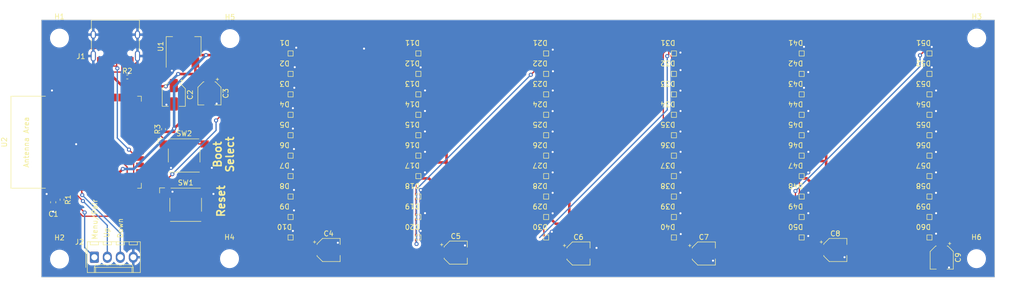
<source format=kicad_pcb>
(kicad_pcb (version 20221018) (generator pcbnew)
  (layers (0 "F.Cu" signal) (31 "B.Cu" signal) (34 "B.Paste" user) (35 "F.Paste" user) (36 "B.SilkS" user "B.Silkscreen") (37 "F.SilkS" user "F.Silkscreen") (38 "B.Mask" user) (39 "F.Mask" user) (44 "Edge.Cuts" user))
  (net 0 "")
  (net 1 "+3V3")
  (net 2 "GND")
  (net 3 "Net-(D1-DOUT)")
  (net 4 "/Digit0_Din")
  (net 5 "Net-(D2-DOUT)")
  (net 6 "Net-(D5-DOUT)")
  (net 7 "Net-(D3-DOUT)")
  (net 8 "Net-(D22-DOUT)")
  (net 9 "Net-(D4-DOUT)")
  (net 10 "Net-(D23-DOUT)")
  (net 11 "Net-(D6-DOUT)")
  (net 12 "Net-(D7-DOUT)")
  (net 13 "Net-(D8-DOUT)")
  (net 14 "Net-(D10-DIN)")
  (net 15 "/digit/Dout")
  (net 16 "/digit1/Dout")
  (net 17 "/digit2/Dout")
  (net 18 "/digit3/Dout")
  (net 19 "/digit4/Dout")
  (net 20 "/digit5/Dout")
  (net 21 "Net-(D26-DOUT)")
  (net 22 "Net-(D27-DOUT)")
  (net 23 "Net-(D28-DOUT)")
  (net 24 "Net-(D29-DOUT)")
  (net 25 "Net-(D21-DOUT)")
  (net 26 "Net-(D11-DOUT)")
  (net 27 "Net-(D12-DOUT)")
  (net 28 "Net-(D13-DOUT)")
  (net 29 "Net-(D41-DOUT)")
  (net 30 "Net-(D42-DOUT)")
  (net 31 "Net-(D43-DOUT)")
  (net 32 "Net-(D44-DOUT)")
  (net 33 "Net-(D24-DOUT)")
  (net 34 "Net-(D25-DOUT)")
  (net 35 "Net-(D14-DOUT)")
  (net 36 "Net-(D15-DOUT)")
  (net 37 "Net-(D16-DOUT)")
  (net 38 "Net-(D17-DOUT)")
  (net 39 "Net-(D18-DOUT)")
  (net 40 "Net-(D19-DOUT)")
  (net 41 "Net-(D31-DOUT)")
  (net 42 "Net-(D45-DOUT)")
  (net 43 "Net-(D46-DOUT)")
  (net 44 "Net-(D32-DOUT)")
  (net 45 "Net-(D33-DOUT)")
  (net 46 "Net-(D34-DOUT)")
  (net 47 "Net-(D35-DOUT)")
  (net 48 "Net-(D36-DOUT)")
  (net 49 "Net-(D37-DOUT)")
  (net 50 "Net-(D38-DOUT)")
  (net 51 "Net-(D39-DOUT)")
  (net 52 "Net-(D51-DOUT)")
  (net 53 "Net-(D47-DOUT)")
  (net 54 "Net-(D52-DOUT)")
  (net 55 "Net-(D48-DOUT)")
  (net 56 "Net-(D53-DOUT)")
  (net 57 "Net-(D49-DOUT)")
  (net 58 "Net-(D54-DOUT)")
  (net 59 "Net-(D55-DOUT)")
  (net 60 "Net-(D56-DOUT)")
  (net 61 "Net-(D57-DOUT)")
  (net 62 "Net-(D58-DOUT)")
  (net 63 "Net-(D59-DOUT)")
  (net 64 "/Vusb")
  (net 65 "Net-(J1-CC1)")
  (net 66 "/D+")
  (net 67 "/D-")
  (net 70 "Net-(U2-EN)")
  (net 71 "Net-(U2-GPIO0)")
  (net 101 "/button_menu")
  (net 102 "/button_up")
  (net 103 "/button_down")
  (footprint "LED_SMD:LED_WD2812B-1010_PLCC4_1.0x1.0" (layer "F.Cu") (at 209.84 84.39 180)
    (fp_text reference "D41")
    (fp_text value "WS2812B - Xinglight")
  )
  (footprint "LED_SMD:LED_WD2812B-1010_PLCC4_1.0x1.0" (layer "F.Cu") (at 234.84 96.39 180)
    (fp_text reference "D54")
    (fp_text value "WS2812B")
  )
  (footprint "LED_SMD:LED_WD2812B-1010_PLCC4_1.0x1.0" (layer "F.Cu") (at 234.84 88.39 180)
    (fp_text reference "D52")
    (fp_text value "WS2812B")
  )
  (footprint "MountingHole:MountingHole_3.2mm_M3" (layer "F.Cu") (at 97.88 124.52)
    (fp_text reference "H4")
    (fp_text value "MountingHole")
  )
  (footprint "LED_SMD:LED_WD2812B-1010_PLCC4_1.0x1.0" (layer "F.Cu") (at 159.84 120.39 180)
    (fp_text reference "D30")
    (fp_text value "WS2812B")
  )
  (footprint "LED_SMD:LED_WD2812B-1010_PLCC4_1.0x1.0" (layer "F.Cu") (at 209.84 112.39 180)
    (fp_text reference "D48")
    (fp_text value "WS2812B")
  )
  (footprint "LED_SMD:LED_WD2812B-1010_PLCC4_1.0x1.0" (layer "F.Cu") (at 184.84 92.39 180)
    (fp_text reference "D33")
    (fp_text value "WS2812B")
  )
  (footprint "LED_SMD:LED_WD2812B-1010_PLCC4_1.0x1.0" (layer "F.Cu") (at 209.84 120.39 180)
    (fp_text reference "D50")
    (fp_text value "WS2812B")
  )
  (footprint "LED_SMD:LED_WD2812B-1010_PLCC4_1.0x1.0" (layer "F.Cu") (at 159.84 88.39 180)
    (fp_text reference "D22")
    (fp_text value "WS2812B")
  )
  (footprint "LED_SMD:LED_WD2812B-1010_PLCC4_1.0x1.0" (layer "F.Cu") (at 184.84 116.39 180)
    (fp_text reference "D39")
    (fp_text value "WS2812B")
  )
  (footprint "LED_SMD:LED_WD2812B-1010_PLCC4_1.0x1.0" (layer "F.Cu") (at 109.84 96.39 180)
    (fp_text reference "D4")
    (fp_text value "WS2812B")
  )
  (footprint "LED_SMD:LED_WD2812B-1010_PLCC4_1.0x1.0" (layer "F.Cu") (at 209.84 100.39 180)
    (fp_text reference "D45")
    (fp_text value "WS2812B")
  )
  (footprint "LED_SMD:LED_WD2812B-1010_PLCC4_1.0x1.0" (layer "F.Cu") (at 134.84 100.39 180)
    (fp_text reference "D15")
    (fp_text value "WS2812B")
  )
  (footprint "LED_SMD:LED_WD2812B-1010_PLCC4_1.0x1.0" (layer "F.Cu") (at 184.84 88.39 180)
    (fp_text reference "D32")
    (fp_text value "WS2812B")
  )
  (footprint "LED_SMD:LED_WD2812B-1010_PLCC4_1.0x1.0" (layer "F.Cu") (at 159.84 104.39 180)
    (fp_text reference "D26")
    (fp_text value "WS2812B")
  )
  (footprint "LED_SMD:LED_WD2812B-1010_PLCC4_1.0x1.0" (layer "F.Cu") (at 109.84 116.39 180)
    (fp_text reference "D9")
    (fp_text value "WS2812B")
  )
  (footprint "LED_SMD:LED_WD2812B-1010_PLCC4_1.0x1.0" (layer "F.Cu") (at 184.84 112.39 180)
    (fp_text reference "D38")
    (fp_text value "WS2812B")
  )
  (footprint "LED_SMD:LED_WD2812B-1010_PLCC4_1.0x1.0" (layer "F.Cu") (at 134.84 108.39 180)
    (fp_text reference "D17")
    (fp_text value "WS2812B")
  )
  (footprint "Capacitor_SMD:CP_Elec_4x5.4" (layer "F.Cu") (at 117.27 122.82)
    (fp_text reference "C4")
    (fp_text value "100u")
  )
  (footprint "LED_SMD:LED_WD2812B-1010_PLCC4_1.0x1.0" (layer "F.Cu") (at 134.84 104.39 180)
    (fp_text reference "D16")
    (fp_text value "WS2812B")
  )
  (footprint "MountingHole:MountingHole_3.2mm_M3" (layer "F.Cu") (at 64.62 124.61)
    (fp_text reference "H2")
    (fp_text value "MountingHole")
  )
  (footprint "LED_SMD:LED_WD2812B-1010_PLCC4_1.0x1.0" (layer "F.Cu") (at 109.84 92.39 180)
    (fp_text reference "D3")
    (fp_text value "WS2812B")
  )
  (footprint "LED_SMD:LED_WD2812B-1010_PLCC4_1.0x1.0" (layer "F.Cu") (at 134.84 120.39 180)
    (fp_text reference "D20")
    (fp_text value "WS2812B")
  )
  (footprint "LED_SMD:LED_WD2812B-1010_PLCC4_1.0x1.0" (layer "F.Cu") (at 209.84 116.39 180)
    (fp_text reference "D49")
    (fp_text value "WS2812B")
  )
  (footprint "Capacitor_SMD:C_0603_1608Metric" (layer "F.Cu") (at 63.38 113.485 -90)
    (fp_text reference "C1")
    (fp_text value "100n")
  )
  (footprint "MountingHole:MountingHole_3.2mm_M3" (layer "F.Cu") (at 97.97 81.46)
    (fp_text reference "H5")
    (fp_text value "MountingHole")
  )
  (footprint "Package_TO_SOT_SMD:SOT-223-3_TabPin2" (layer "F.Cu") (at 88.9 82.99 90)
    (fp_text reference "U1")
    (fp_text value "AMS1117-3.3")
  )
  (footprint "LED_SMD:LED_WD2812B-1010_PLCC4_1.0x1.0" (layer "F.Cu") (at 184.84 108.39 180)
    (fp_text reference "D37")
    (fp_text value "WS2812B")
  )
  (footprint "LED_SMD:LED_WD2812B-1010_PLCC4_1.0x1.0" (layer "F.Cu") (at 184.84 120.39 180)
    (fp_text reference "D40")
    (fp_text value "WS2812B")
  )
  (footprint "Capacitor_SMD:CP_Elec_4x5.4" (layer "F.Cu") (at 237.23 124.31 -90)
    (fp_text reference "C9")
    (fp_text value "100u")
  )
  (footprint "LED_SMD:LED_WD2812B-1010_PLCC4_1.0x1.0" (layer "F.Cu") (at 234.84 120.39 180)
    (fp_text reference "D60")
    (fp_text value "WS2812B")
  )
  (footprint "MountingHole:MountingHole_3.2mm_M3" (layer "F.Cu") (at 64.61 81.36)
    (fp_text reference "H1")
    (fp_text value "MountingHole")
  )
  (footprint "LED_SMD:LED_WD2812B-1010_PLCC4_1.0x1.0" (layer "F.Cu") (at 159.84 100.39 180)
    (fp_text reference "D25")
    (fp_text value "WS2812B")
  )
  (footprint "LED_SMD:LED_WD2812B-1010_PLCC4_1.0x1.0" (layer "F.Cu") (at 209.84 96.39 180)
    (fp_text reference "D44")
    (fp_text value "WS2812B")
  )
  (footprint "LED_SMD:LED_WD2812B-1010_PLCC4_1.0x1.0" (layer "F.Cu") (at 234.84 84.39 180)
    (fp_text reference "D51")
    (fp_text value "WS2812B - Xinglight")
  )
  (footprint "LED_SMD:LED_WD2812B-1010_PLCC4_1.0x1.0" (layer "F.Cu") (at 134.84 92.39 180)
    (fp_text reference "D13")
    (fp_text value "WS2812B")
  )
  (footprint "LED_SMD:LED_WD2812B-1010_PLCC4_1.0x1.0" (layer "F.Cu") (at 234.84 104.39 180)
    (fp_text reference "D56")
    (fp_text value "WS2812B")
  )
  (footprint "Capacitor_SMD:CP_Elec_4x5.4" (layer "F.Cu") (at 93.95 92.18 -90)
    (fp_text reference "C3")
    (fp_text value "10u")
  )
  (footprint "LED_SMD:LED_WD2812B-1010_PLCC4_1.0x1.0" (layer "F.Cu") (at 109.84 100.39 180)
    (fp_text reference "D5")
    (fp_text value "WS2812B")
  )
  (footprint "Connector_USB:USB_C_Receptacle_HRO_TYPE-C-31-M-12" (layer "F.Cu") (at 75.55 81.74 180)
    (fp_text reference "J1")
    (fp_text value "USB_C_Receptacle")
  )
  (footprint "Button_Switch_SMD:SW_SPST_Omron_B3FS-100xP" (layer "F.Cu") (at 89.3 113.97)
    (fp_text reference "SW1")
    (fp_text value "SW_Omron_B3FS")
  )
  (footprint "LED_SMD:LED_WD2812B-1010_PLCC4_1.0x1.0" (layer "F.Cu") (at 134.84 88.39 180)
    (fp_text reference "D12")
    (fp_text value "WS2812B")
  )
  (footprint "LED_SMD:LED_WD2812B-1010_PLCC4_1.0x1.0" (layer "F.Cu") (at 159.84 96.39 180)
    (fp_text reference "D24")
    (fp_text value "WS2812B")
  )
  (footprint "Resistor_SMD:R_0402_1005Metric" (layer "F.Cu") (at 77.88 88.97)
    (fp_text reference "R2")
    (fp_text value "5k1")
  )
  (footprint "LED_SMD:LED_WD2812B-1010_PLCC4_1.0x1.0" (layer "F.Cu") (at 234.84 112.39 180)
    (fp_text reference "D58")
    (fp_text value "WS2812B")
  )
  (footprint "LED_SMD:LED_WD2812B-1010_PLCC4_1.0x1.0" (layer "F.Cu") (at 134.84 96.39 180)
    (fp_text reference "D14")
    (fp_text value "WS2812B")
  )
  (footprint "LED_SMD:LED_WD2812B-1010_PLCC4_1.0x1.0" (layer "F.Cu") (at 109.84 108.39 180)
    (fp_text reference "D7")
    (fp_text value "WS2812B")
  )
  (footprint "LED_SMD:LED_WD2812B-1010_PLCC4_1.0x1.0" (layer "F.Cu") (at 109.84 88.39 180)
    (fp_text reference "D2")
    (fp_text value "WS2812B")
  )
  (footprint "Espressif:ESP32-S2-SOLO" (layer "F.Cu") (at 70.87 101.74 90)
    (fp_text reference "U2")
    (fp_text value "ESP32-S2-SOLO")
  )
  (footprint "Resistor_SMD:R_0402_1005Metric" (layer "F.Cu") (at 65.11 112.98 -90)
    (fp_text reference "R1")
    (fp_text value "10k")
  )
  (footprint "Resistor_SMD:R_0402_1005Metric" (layer "F.Cu") (at 84.97 99.19 90)
    (fp_text reference "R3")
    (fp_text value "10k")
  )
  (footprint "Capacitor_SMD:CP_Elec_4x5.4" (layer "F.Cu") (at 166.16 123.51)
    (fp_text reference "C6")
    (fp_text value "100u")
  )
  (footprint "LED_SMD:LED_WD2812B-1010_PLCC4_1.0x1.0" (layer "F.Cu") (at 234.84 116.39 180)
    (fp_text reference "D59")
    (fp_text value "WS2812B")
  )
  (footprint "Connector_Molex:Molex_KK-254_AE-6410-04A_1x04_P2.54mm_Vertical" (layer "F.Cu") (at 71.43 124.24)
    (fp_text reference "J2")
    (fp_text value "Conn_01x04_Pin")
  )
  (footprint "LED_SMD:LED_WD2812B-1010_PLCC4_1.0x1.0" (layer "F.Cu") (at 184.84 84.39 180)
    (fp_text reference "D31")
    (fp_text value "WS2812B - Xinglight")
  )
  (footprint "LED_SMD:LED_WD2812B-1010_PLCC4_1.0x1.0" (layer "F.Cu") (at 234.84 108.39 180)
    (fp_text reference "D57")
    (fp_text value "WS2812B")
  )
  (footprint "LED_SMD:LED_WD2812B-1010_PLCC4_1.0x1.0" (layer "F.Cu") (at 184.84 100.39 180)
    (fp_text reference "D35")
    (fp_text value "WS2812B")
  )
  (footprint "LED_SMD:LED_WD2812B-1010_PLCC4_1.0x1.0" (layer "F.Cu") (at 159.84 116.39 180)
    (fp_text reference "D29")
    (fp_text value "WS2812B")
  )
  (footprint "LED_SMD:LED_WD2812B-1010_PLCC4_1.0x1.0" (layer "F.Cu") (at 209.84 88.39 180)
    (fp_text reference "D42")
    (fp_text value "WS2812B")
  )
  (footprint "LED_SMD:LED_WD2812B-1010_PLCC4_1.0x1.0" (layer "F.Cu") (at 134.84 116.39 180)
    (fp_text reference "D19")
    (fp_text value "WS2812B")
  )
  (footprint "LED_SMD:LED_WD2812B-1010_PLCC4_1.0x1.0" (layer "F.Cu") (at 159.84 112.39 180)
    (fp_text reference "D28")
    (fp_text value "WS2812B")
  )
  (footprint "LED_SMD:LED_WD2812B-1010_PLCC4_1.0x1.0" (layer "F.Cu") (at 109.84 104.39 180)
    (fp_text reference "D6")
    (fp_text value "WS2812B")
  )
  (footprint "LED_SMD:LED_WD2812B-1010_PLCC4_1.0x1.0" (layer "F.Cu") (at 234.84 92.39 180)
    (fp_text reference "D53")
    (fp_text value "WS2812B")
  )
  (footprint "LED_SMD:LED_WD2812B-1010_PLCC4_1.0x1.0" (layer "F.Cu") (at 209.84 104.39 180)
    (fp_text reference "D46")
    (fp_text value "WS2812B")
  )
  (footprint "MountingHole:MountingHole_3.2mm_M3" (layer "F.Cu") (at 244.08 81.35)
    (fp_text reference "H3")
    (fp_text value "MountingHole")
  )
  (footprint "LED_SMD:LED_WD2812B-1010_PLCC4_1.0x1.0" (layer "F.Cu") (at 184.84 96.39 180)
    (fp_text reference "D34")
    (fp_text value "WS2812B")
  )
  (footprint "LED_SMD:LED_WD2812B-1010_PLCC4_1.0x1.0" (layer "F.Cu") (at 134.84 84.39 180)
    (fp_text reference "D11")
    (fp_text value "WS2812B - Xinglight")
  )
  (footprint "LED_SMD:LED_WD2812B-1010_PLCC4_1.0x1.0" (layer "F.Cu") (at 109.84 112.39 180)
    (fp_text reference "D8")
    (fp_text value "WS2812B")
  )
  (footprint "LED_SMD:LED_WD2812B-1010_PLCC4_1.0x1.0" (layer "F.Cu") (at 209.84 108.39 180)
    (fp_text reference "D47")
    (fp_text value "WS2812B")
  )
  (footprint "LED_SMD:LED_WD2812B-1010_PLCC4_1.0x1.0" (layer "F.Cu") (at 109.84 84.39 180)
    (fp_text reference "D1")
    (fp_text value "WS2812B - Xinglight")
  )
  (footprint "LED_SMD:LED_WD2812B-1010_PLCC4_1.0x1.0" (layer "F.Cu") (at 159.84 108.39 180)
    (fp_text reference "D27")
    (fp_text value "WS2812B")
  )
  (footprint "LED_SMD:LED_WD2812B-1010_PLCC4_1.0x1.0" (layer "F.Cu") (at 159.84 92.39 180)
    (fp_text reference "D23")
    (fp_text value "WS2812B")
  )
  (footprint "LED_SMD:LED_WD2812B-1010_PLCC4_1.0x1.0" (layer "F.Cu") (at 109.84 120.39 180)
    (fp_text reference "D10")
    (fp_text value "WS2812B")
  )
  (footprint "MountingHole:MountingHole_3.2mm_M3" (layer "F.Cu") (at 244.03 124.52)
    (fp_text reference "H6")
    (fp_text value "MountingHole")
  )
  (footprint "LED_SMD:LED_WD2812B-1010_PLCC4_1.0x1.0" (layer "F.Cu") (at 234.84 100.39 180)
    (fp_text reference "D55")
    (fp_text value "WS2812B")
  )
  (footprint "Capacitor_SMD:CP_Elec_4x5.4" (layer "F.Cu") (at 190.68 123.51)
    (fp_text reference "C7")
    (fp_text value "100u")
  )
  (footprint "LED_SMD:LED_WD2812B-1010_PLCC4_1.0x1.0" (layer "F.Cu") (at 134.84 112.39 180)
    (fp_text reference "D18")
    (fp_text value "WS2812B")
  )
  (footprint "Button_Switch_SMD:SW_SPST_Omron_B3FS-100xP" (layer "F.Cu") (at 89 104.33)
    (fp_text reference "SW2")
    (fp_text value "SW_Omron_B3FS")
  )
  (footprint "Capacitor_SMD:CP_Elec_4x5.4" (layer "F.Cu") (at 142.14 123.34)
    (fp_text reference "C5")
    (fp_text value "100u")
  )
  (footprint "LED_SMD:LED_WD2812B-1010_PLCC4_1.0x1.0" (layer "F.Cu") (at 209.84 92.39 180)
    (fp_text reference "D43")
    (fp_text value "WS2812B")
  )
  (footprint "Capacitor_SMD:CP_Elec_4x5.4" (layer "F.Cu") (at 216.41 122.82)
    (fp_text reference "C8")
    (fp_text value "100u")
  )
  (footprint "Capacitor_SMD:CP_Elec_4x5.4" (layer "F.Cu") (at 86.97 92.45 -90)
    (fp_text reference "C2")
    (fp_text value "10u")
  )
  (footprint "LED_SMD:LED_WD2812B-1010_PLCC4_1.0x1.0" (layer "F.Cu") (at 184.84 104.39 180)
    (fp_text reference "D36")
    (fp_text value "WS2812B")
  )
  (footprint "LED_SMD:LED_WD2812B-1010_PLCC4_1.0x1.0" (layer "F.Cu") (at 159.84 84.39 180)
    (fp_text reference "D21")
    (fp_text value "WS2812B - Xinglight")
  )
  (gr_rect (start 61.08 77.79) (end 247.59 128.15) (stroke (width 0.1)) (fill none) (layer "Edge.Cuts"))
  (gr_text "Up" (at 74.43 120.52 90) (layer "F.SilkS") (effects (font (size 1 1)) (justify left bottom)))
  (gr_text "Boot\nSelect" (at 98.84 104.13 90) (layer "F.SilkS") (effects (font (size 1.5 1.5) (thickness 0.3) bold) (justify bottom)))
  (gr_text "Reset" (at 97.1 116.54 90) (layer "F.SilkS") (effects (font (size 1.5 1.5) (thickness 0.3) bold) (justify left bottom)))
  (gr_text "Menu/Pair" (at 72.11 120.87 90) (layer "F.SilkS") (effects (font (size 1 1)) (justify left bottom)))
  (gr_text "Down" (at 77.1 120.58 90) (layer "F.SilkS") (effects (font (size 1 1)) (justify left bottom)))
  (segment (start 164.36 97.695) (end 164.36 101.695) (width 0.5) (layer "F.Cu") (net 1))
  (segment (start 163.139 87.6786) (end 164.36 88.9) (width 0.5) (layer "F.Cu") (net 1))
  (segment (start 135.28 88.82) (end 135.83 88.82) (width 0.5) (layer "F.Cu") (net 1))
  (segment (start 236.705 109.695) (end 235.83 108.82) (width 0.5) (layer "F.Cu") (net 1))
  (segment (start 164.36 120.595) (end 161.18 120.595) (width 0.5) (layer "F.Cu") (net 1))
  (segment (start 160.28 88.82) (end 161.997 88.82) (width 0.5) (layer "F.Cu") (net 1))
  (segment (start 111.255 120.82) (end 110.28 120.82) (width 0.5) (layer "F.Cu") (net 1))
  (segment (start 236.698 117.688) (end 235.83 116.82) (width 0.5) (layer "F.Cu") (net 1))
  (segment (start 114.85 117.225) (end 114.85 122.2) (width 0.5) (layer "F.Cu") (net 1))
  (segment (start 214.61 109.42) (end 214.61 113.417) (width 0.5) (layer "F.Cu") (net 1))
  (segment (start 139.6 120.82) (end 140.34 120.08) (width 0.5) (layer "F.Cu") (net 1))
  (segment (start 164.36 105.693) (end 164.36 109.695) (width 0.5) (layer "F.Cu") (net 1))
  (segment (start 210.83 100.82) (end 210.28 100.82) (width 0.5) (layer "F.Cu") (net 1))
  (segment (start 161.705 101.695) (end 160.83 100.82) (width 0.5) (layer "F.Cu") (net 1))
  (segment (start 164.36 97.695) (end 161.705 97.695) (width 0.5) (layer "F.Cu") (net 1))
  (segment (start 114.85 110.1) (end 114.85 113.21) (width 0.5) (layer "F.Cu") (net 1))
  (segment (start 135.28 120.82) (end 139.6 120.82) (width 0.5) (layer "F.Cu") (net 1))
  (segment (start 164.36 101.695) (end 164.36 105.693) (width 0.5) (layer "F.Cu") (net 1))
  (segment (start 160.83 112.82) (end 160.28 112.82) (width 0.5) (layer "F.Cu") (net 1))
  (segment (start 211.427 101.417) (end 210.83 100.82) (width 0.5) (layer "F.Cu") (net 1))
  (segment (start 210.28 88.82) (end 211.57 90.11) (width 0.5) (layer "F.Cu") (net 1))
  (segment (start 164.36 117.688) (end 164.36 120.595) (width 0.5) (layer "F.Cu") (net 1))
  (segment (start 63.88 112.21) (end 63.38 112.71) (width 0.5) (layer "F.Cu") (net 1))
  (segment (start 188.88 109.695) (end 188.88 113.681) (width 0.5) (layer "F.Cu") (net 1))
  (segment (start 235.83 120.82) (end 235.83 121.57) (width 0.5) (layer "F.Cu") (net 1))
  (segment (start 164.36 123.51) (end 162.42 123.51) (width 0.5) (layer "F.Cu") (net 1))
  (segment (start 140.34 105.688) (end 136.873 105.688) (width 0.5) (layer "F.Cu") (net 1))
  (segment (start 100.163 82.9004) (end 98.2485 84.815) (width 0.5) (layer "F.Cu") (net 1))
  (segment (start 116.728 83.522) (end 116.352 83.8983) (width 0.5) (layer "F.Cu") (net 1))
  (segment (start 235.83 108.82) (end 235.28 108.82) (width 0.5) (layer "F.Cu") (net 1))
  (segment (start 188.792 88.3325) (end 188.88 88.42) (width 0.5) (layer "F.Cu") (net 1))
  (segment (start 214.61 101.417) (end 211.427 101.417) (width 0.5) (layer "F.Cu") (net 1))
  (segment (start 123.605 82.5448) (end 122.251 83.8983) (width 0.5) (layer "F.Cu") (net 1))
  (segment (start 211.696 97.6855) (end 210.83 96.82) (width 0.5) (layer "F.Cu") (net 1))
  (segment (start 160.83 100.82) (end 160.28 100.82) (width 0.5) (layer "F.Cu") (net 1))
  (segment (start 235.83 112.82) (end 235.28 112.82) (width 0.5) (layer "F.Cu") (net 1))
  (segment (start 239.47 113.414) (end 239.47 117.688) (width 0.5) (layer "F.Cu") (net 1))
  (segment (start 211.43 109.42) (end 210.83 108.82) (width 0.5) (layer "F.Cu") (net 1))
  (segment (start 98.2485 84.815) (end 95.0792 84.815) (width 0.5) (layer "F.Cu") (net 1))
  (segment (start 210.83 108.82) (end 210.28 108.82) (width 0.5) (layer "F.Cu") (net 1))
  (segment (start 210.83 112.82) (end 210.28 112.82) (width 0.5) (layer "F.Cu") (net 1))
  (segment (start 188.88 117.417) (end 188.88 120.888) (width 0.5) (layer "F.Cu") (net 1))
  (segment (start 135.955 83.5069) (end 135.755 83.3071) (width 0.5) (layer "F.Cu") (net 1))
  (segment (start 161.705 93.695) (end 160.83 92.82) (width 0.5) (layer "F.Cu") (net 1))
  (segment (start 239.47 101.695) (end 236.705 101.695) (width 0.5) (layer "F.Cu") (net 1))
  (segment (start 188.88 105.695) (end 188.88 109.695) (width 0.5) (layer "F.Cu") (net 1))
  (segment (start 214.61 105.417) (end 214.61 109.42) (width 0.5) (layer "F.Cu") (net 1))
  (segment (start 214.61 97.6855) (end 214.61 101.417) (width 0.5) (layer "F.Cu") (net 1))
  (segment (start 136.688 89.6779) (end 136.886 89.6779) (width 0.5) (layer "F.Cu") (net 1))
  (segment (start 214.61 109.42) (end 211.43 109.42) (width 0.5) (layer "F.Cu") (net 1))
  (segment (start 186.694 93.6841) (end 185.83 92.82) (width 0.5) (layer "F.Cu") (net 1))
  (segment (start 172.317 122.766) (end 170.146 120.595) (width 0.5) (layer "F.Cu") (net 1))
  (segment (start 135.955 84.2351) (end 135.98 84.2101) (width 0.5) (layer "F.Cu") (net 1))
  (segment (start 135.28 113.37) (end 139.7 116.82) (width 0.5) (layer "F.Cu") (net 1))
  (segment (start 214.61 89.15) (end 214.61 90.11) (width 0.5) (layer "F.Cu") (net 1))
  (segment (start 239.47 109.695) (end 239.47 113.414) (width 0.5) (layer "F.Cu") (net 1))
  (segment (start 114.445 116.82) (end 114.85 117.225) (width 0.5) (layer "F.Cu") (net 1))
  (segment (start 210.28 84.82) (end 214.288 88.8281) (width 0.5) (layer "F.Cu") (net 1))
  (segment (start 210.83 92.82) (end 210.28 92.82) (width 0.5) (layer "F.Cu") (net 1))
  (segment (start 87.0394 99.7) (end 84.97 99.7) (width 0.5) (layer "F.Cu") (net 1))
  (segment (start 214.61 90.11) (end 214.61 93.6855) (width 0.5) (layer "F.Cu") (net 1))
  (segment (start 135.955 83.6049) (end 135.955 83.5069) (width 0.5) (layer "F.Cu") (net 1))
  (segment (start 88.9 84.6899) (end 88.9001 84.6898) (width 0.5) (layer "F.Cu") (net 1))
  (segment (start 235.83 96.82) (end 235.28 96.82) (width 0.5) (layer "F.Cu") (net 1))
  (segment (start 135.28 84.82) (end 135.955 84.82) (width 0.5) (layer "F.Cu") (net 1))
  (segment (start 136.84 116.82) (end 140.01 116.82) (width 0.5) (layer "F.Cu") (net 1))
  (segment (start 160.83 116.82) (end 161.698 117.688) (width 0.5) (layer "F.Cu") (net 1))
  (segment (start 239.47 89.01) (end 239.47 93.6855) (width 0.5) (layer "F.Cu") (net 1))
  (segment (start 140.34 116.49) (end 140.34 120.08) (width 0.5) (layer "F.Cu") (net 1))
  (segment (start 214.61 117.914) (end 214.61 121.495) (width 0.5) (layer "F.Cu") (net 1))
  (segment (start 140.01 116.82) (end 140.34 116.49) (width 0.5) (layer "F.Cu") (net 1))
  (segment (start 211.696 93.6855) (end 210.83 92.82) (width 0.5) (layer "F.Cu") (net 1))
  (segment (start 114.85 94.6) (end 114.85 98.49) (width 0.5) (layer "F.Cu") (net 1))
  (segment (start 239.47 120.27) (end 237.23 122.51) (width 0.5) (layer "F.Cu") (net 1))
  (segment (start 135.98 83.6299) (end 135.955 83.6049) (width 0.5) (layer "F.Cu") (net 1))
  (segment (start 185.83 104.82) (end 185.28 104.82) (width 0.5) (layer "F.Cu") (net 1))
  (segment (start 95.0792 84.815) (end 94.954 84.6898) (width 0.5) (layer "F.Cu") (net 1))
  (segment (start 210.83 104.82) (end 210.28 104.82) (width 0.5) (layer "F.Cu") (net 1))
  (segment (start 160.28 116.82) (end 160.83 116.82) (width 0.5) (layer "F.Cu") (net 1))
  (segment (start 185.348 120.888) (end 185.28 120.82) (width 0.5) (layer "F.Cu") (net 1))
  (segment (start 210.12 121.53) (end 210.28 121.37) (width 0.5) (layer "F.Cu") (net 1))
  (segment (start 164.36 93.695) (end 161.705 93.695) (width 0.5) (layer "F.Cu") (net 1))
  (segment (start 235.83 116.82) (end 235.28 116.82) (width 0.5) (layer "F.Cu") (net 1))
  (segment (start 162.42 123.51) (end 160.28 121.37) (width 0.5) (layer "F.Cu") (net 1))
  (segment (start 161.703 105.693) (end 164.36 105.693) (width 0.5) (layer "F.Cu") (net 1))
  (segment (start 188.88 120.888) (end 188.88 121.53) (width 0.5) (layer "F.Cu") (net 1))
  (segment (start 135.955 84.82) (end 135.955 84.2351) (width 0.5) (layer "F.Cu") (net 1))
  (segment (start 136.89 108.82) (end 140.34 112.27) (width 0.5) (layer "F.Cu") (net 1))
  (segment (start 135.28 108.82) (end 136.89 108.82) (width 0.5) (layer "F.Cu") (net 1))
  (segment (start 186.691 113.681) (end 185.83 112.82) (width 0.5) (layer "F.Cu") (net 1))
  (segment (start 160.055 121.37) (end 160.28 121.145) (width 0.5) (layer "F.Cu") (net 1))
  (segment (start 74.6813 109.29) (end 77.0034 106.968) (width 0.5) (layer "F.Cu") (net 1))
  (segment (start 160.28 104.82) (end 160.83 104.82) (width 0.5) (layer "F.Cu") (net 1))
  (segment (start 161.18 120.595) (end 160.955 120.82) (width 0.5) (layer "F.Cu") (net 1))
  (segment (start 188.88 88.42) (end 188.88 93.6841) (width 0.5) (layer "F.Cu") (net 1))
  (segment (start 210.83 96.82) (end 210.28 96.82) (width 0.5) (layer "F.Cu") (net 1))
  (segment (start 114.27 84.82) (end 114.85 85.4) (width 0.5) (layer "F.Cu") (net 1))
  (segment (start 135.83 88.82) (end 136.688 89.6779) (width 0.5) (layer "F.Cu") (net 1))
  (segment (start 113.62 100.82) (end 114.85 102.05) (width 0.5) (layer "F.Cu") (net 1))
  (segment (start 116.601 83.3947) (end 114.716 83.3947) (width 0.5) (layer "F.Cu") (net 1))
  (segment (start 235.28 84.82) (end 237.715 87.2552) (width 0.5) (layer "F.Cu") (net 1))
  (segment (start 210.405 121.495) (end 210.28 121.37) (width 0.5) (layer "F.Cu") (net 1))
  (segment (start 140.34 120.08) (end 140.34 120.759) (width 0.5) (layer "F.Cu") (net 1))
  (segment (start 211.427 105.417) (end 210.83 104.82) (width 0.5) (layer "F.Cu") (net 1))
  (segment (start 188.88 113.681) (end 186.691 113.681) (width 0.5) (layer "F.Cu") (net 1))
  (segment (start 140.34 88.16) (end 140.34 89.6779) (width 0.5) (layer "F.Cu") (net 1))
  (segment (start 185.83 100.82) (end 185.28 100.82) (width 0.5) (layer "F.Cu") (net 1))
  (segment (start 164.36 93.695) (end 164.36 97.695) (width 0.5) (layer "F.Cu") (net 1))
  (segment (start 239.47 97.4061) (end 236.416 97.4061) (width 0.5) (layer "F.Cu") (net 1))
  (segment (start 235.83 104.82) (end 235.28 104.82) (width 0.5) (layer "F.Cu") (net 1))
  (segment (start 91.1251 79.84) (end 91.1251 84.6898) (width 0.5) (layer "F.Cu") (net 1))
  (segment (start 88.2479 97.8717) (end 87.0394 99.0802) (width 0.5) (layer "F.Cu") (net 1))
  (segment (start 214.61 113.417) (end 214.61 117.914) (width 0.5) (layer "F.Cu") (net 1))
  (segment (start 140.34 120.759) (end 153.06 120.98) (width 0.5) (layer "F.Cu") (net 1))
  (segment (start 153.06 120.98) (end 159.69 121.8) (width 0.5) (layer "F.Cu") (net 1))
  (segment (start 136.842 85.7073) (end 135.955 84.82) (width 0.5) (layer "F.Cu") (net 1))
  (segment (start 114.85 98.49) (end 114.85 102.05) (width 0.5) (layer "F.Cu") (net 1))
  (segment (start 136.874 97.6881) (end 136.698 97.6881) (width 0.5) (layer "F.Cu") (net 1))
  (segment (start 185.83 108.82) (end 185.28 108.82) (width 0.5) (layer "F.Cu") (net 1))
  (segment (start 235.83 100.82) (end 235.28 100.82) (width 0.5) (layer "F.Cu") (net 1))
  (segment (start 140.34 97.6881) (end 140.34 101.96) (width 0.5) (layer "F.Cu") (net 1))
  (segment (start 137.86 92.89) (end 135.991 92.82) (width 0.5) (layer "F.Cu") (net 1))
  (segment (start 63.38 112.732) (end 63.38 112.71) (width 0.5) (layer "F.Cu") (net 1))
  (segment (start 185.83 96.82) (end 186.705 97.695) (width 0.5) (layer "F.Cu") (net 1))
  (segment (start 160.28 108.82) (end 160.83 108.82) (width 0.5) (layer "F.Cu") (net 1))
  (segment (start 135.991 92.82) (end 135.28 92.82) (width 0.5) (layer "F.Cu") (net 1))
  (segment (start 110.28 96.82) (end 113.18 96.82) (width 0.5) (layer "F.Cu") (net 1))
  (segment (start 140.34 97.6881) (end 136.874 97.6881) (width 0.5) (layer "F.Cu") (net 1))
  (segment (start 110.28 116.82) (end 114.445 116.82) (width 0.5) (layer "F.Cu") (net 1))
  (segment (start 186.705 109.695) (end 185.83 108.82) (width 0.5) (layer "F.Cu") (net 1))
  (segment (start 214.61 97.6855) (end 211.696 97.6855) (width 0.5) (layer "F.Cu") (net 1))
  (segment (start 116.951 83.2992) (end 116.728 83.522) (width 0.5) (layer "F.Cu") (net 1))
  (segment (start 100.669 82.3947) (end 100.163 82.9004) (width 0.5) (layer "F.Cu") (net 1))
  (segment (start 236.705 101.695) (end 235.83 100.82) (width 0.5) (layer "F.Cu") (net 1))
  (segment (start 135.28 116.82) (end 136.84 116.82) (width 0.5) (layer "F.Cu") (net 1))
  (segment (start 188.88 93.6841) (end 186.694 93.6841) (width 0.5) (layer "F.Cu") (net 1))
  (segment (start 211.924 117.914) (end 210.83 116.82) (width 0.5) (layer "F.Cu") (net 1))
  (segment (start 185.28 84.82) (end 188.792 88.3325) (width 0.5) (layer "F.Cu") (net 1))
  (segment (start 114.46 112.82) (end 114.85 113.21) (width 0.5) (layer "F.Cu") (net 1))
  (segment (start 236.416 97.4061) (end 235.83 96.82) (width 0.5) (layer "F.Cu") (net 1))
  (segment (start 88.9 79.84) (end 91.1251 79.84) (width 0.5) (layer "F.Cu") (net 1))
  (segment (start 186.427 101.417) (end 185.83 100.82) (width 0.5) (layer "F.Cu") (net 1))
  (segment (start 88.2479 91.9279) (end 88.2479 97.8717) (width 0.5) (layer "F.Cu") (net 1))
  (segment (start 139.2 100.82) (end 140.34 101.96) (width 0.5) (layer "F.Cu") (net 1))
  (segment (start 135.28 100.82) (end 139.2 100.82) (width 0.5) (layer "F.Cu") (net 1))
  (segment (start 214.61 101.417) (end 214.61 105.417) (width 0.5) (layer "F.Cu") (net 1))
  (segment (start 235.83 92.82) (end 235.28 92.82) (width 0.5) (layer "F.Cu") (net 1))
  (segment (start 137 84.82) (end 137.887 85.7073) (width 0.5) (layer "F.Cu") (net 1))
  (segment (start 114.716 83.3947) (end 113.716 82.3947) (width 0.5) (layer "F.Cu") (net 1))
  (segment (start 113.73 104.82) (end 114.85 105.94) (width 0.5) (layer "F.Cu") (net 1))
  (segment (start 236.29 121.57) (end 237.23 122.51) (width 0.5) (layer "F.Cu") (net 1))
  (segment (start 161.997 88.82) (end 163.139 87.6786) (width 0.5) (layer "F.Cu") (net 1))
  (segment (start 160.955 120.82) (end 160.28 120.82) (width 0.5) (layer "F.Cu") (net 1))
  (segment (start 137.887 85.7073) (end 140.34 88.16) (width 0.5) (layer "F.Cu") (net 1))
  (segment (start 211.57 90.11) (end 214.61 90.11) (width 0.5) (layer "F.Cu") (net 1))
  (segment (start 116.728 83.522) (end 116.601 83.3947) (width 0.5) (layer "F.Cu") (net 1))
  (segment (start 113.07 92.82) (end 114.85 94.6) (width 0.5) (layer "F.Cu") (net 1))
  (segment (start 185.83 112.82) (end 185.28 112.82) (width 0.5) (layer "F.Cu") (net 1))
  (segment (start 161.696 113.685) (end 160.83 112.82) (width 0.5) (layer "F.Cu") (net 1))
  (segment (start 160.83 96.82) (end 160.28 96.82) (width 0.5) (layer "F.Cu") (net 1))
  (segment (start 140.34 105.688) (end 140.34 112.27) (width 0.5) (layer "F.Cu") (net 1))
  (segment (start 237.715 87.2552) (end 239.47 89.01) (width 0.5) (layer "F.Cu") (net 1))
  (segment (start 136.698 105.688) (end 135.83 104.82) (width 0.5) (layer "F.Cu") (net 1))
  (segment (start 64.85 112.21) (end 65.11 112.47) (width 0.5) (layer "F.Cu") (net 1))
  (segment (start 235.28 120.82) (end 235.83 120.82) (width 0.5) (layer "F.Cu") (net 1))
  (segment (start 214.61 121.495) (end 210.405 121.495) (width 0.5) (layer "F.Cu") (net 1))
  (segment (start 164.36 109.695) (end 164.36 113.685) (width 0.5) (layer "F.Cu") (net 1))
  (segment (start 114.85 85.4) (end 114.85 90.65) (width 0.5) (layer "F.Cu") (net 1))
  (segment (start 188.88 93.6841) (end 188.88 97.695) (width 0.5) (layer "F.Cu") (net 1))
  (segment (start 214.61 105.417) (end 211.427 105.417) (width 0.5) (layer "F.Cu") (net 1))
  (segment (start 188.88 113.681) (end 188.88 117.417) (width 0.5) (layer "F.Cu") (net 1))
  (segment (start 239.47 105.414) (end 236.424 105.414) (width 0.5) (layer "F.Cu") (net 1))
  (segment (start 160.83 104.82) (end 161.703 105.693) (width 0.5) (layer "F.Cu") (net 1))
  (segment (start 239.47 109.695) (end 236.705 109.695) (width 0.5) (layer "F.Cu") (net 1))
  (segment (start 214.61 113.417) (end 211.427 113.417) (width 0.5) (layer "F.Cu") (net 1))
  (segment (start 188.88 105.695) (end 186.705 105.695) (width 0.5) (layer "F.Cu") (net 1))
  (segment (start 160.28 84.82) (end 163.139 87.6786) (width 0.5) (layer "F.Cu") (net 1))
  (segment (start 235.28 88.82) (end 236.15 88.82) (width 0.5) (layer "F.Cu") (net 1))
  (segment (start 214.61 117.914) (end 211.924 117.914) (width 0.5) (layer "F.Cu") (net 1))
  (segment (start 186.427 117.417) (end 188.88 117.417) (width 0.5) (layer "F.Cu") (net 1))
  (segment (start 239.47 93.6855) (end 239.47 97.4061) (width 0.5) (layer "F.Cu") (net 1))
  (segment (start 135.98 84.2101) (end 135.98 83.6299) (width 0.5) (layer "F.Cu") (net 1))
  (segment (start 110.28 104.82) (end 113.73 104.82) (width 0.5) (layer "F.Cu") (net 1))
  (segment (start 160.83 92.82) (end 160.28 92.82) (width 0.5) (layer "F.Cu") (net 1))
  (segment (start 214.61 93.6855) (end 211.696 93.6855) (width 0.5) (layer "F.Cu") (net 1))
  (segment (start 185.28 96.82) (end 185.83 96.82) (width 0.5) (layer "F.Cu") (net 1))
  (segment (start 110.28 108.82) (end 113.57 108.82) (width 0.5) (layer "F.Cu") (net 1))
  (segment (start 113.716 82.3947) (end 100.669 82.3947) (width 0.5) (layer "F.Cu") (net 1))
  (segment (start 214.61 121.495) (end 214.61 121.57) (width 0.5) (layer "F.Cu") (net 1))
  (segment (start 236.424 113.414) (end 235.83 112.82) (width 0.5) (layer "F.Cu") (net 1))
  (segment (start 170.146 120.595) (end 164.36 120.595) (width 0.5) (layer "F.Cu") (net 1))
  (segment (start 188.88 97.695) (end 188.88 101.417) (width 0.5) (layer "F.Cu") (net 1))
  (segment (start 188.88 101.417) (end 188.88 105.695) (width 0.5) (layer "F.Cu") (net 1))
  (segment (start 236.696 93.6855) (end 235.83 92.82) (width 0.5) (layer "F.Cu") (net 1))
  (segment (start 122.251 83.8983) (end 116.352 83.8983) (width 0.5) (layer "F.Cu") (net 1))
  (segment (start 63.88 109.29) (end 74.6813 109.29) (width 0.5) (layer "F.Cu") (net 1))
  (segment (start 114.85 113.21) (end 114.85 117.225) (width 0.5) (layer "F.Cu") (net 1))
  (segment (start 113.18 96.82) (end 114.85 98.49) (width 0.5) (layer "F.Cu") (net 1))
  (segment (start 214.61 93.6855) (end 214.61 97.6855) (width 0.5) (layer "F.Cu") (net 1))
  (segment (start 188.88 122.766) (end 188.88 123.51) (width 0.5) (layer "F.Cu") (net 1))
  (segment (start 161.705 109.695) (end 164.36 109.695) (width 0.5) (layer "F.Cu") (net 1))
  (segment (start 211.427 113.417) (end 210.83 112.82) (width 0.5) (layer "F.Cu") (net 1))
  (segment (start 188.88 122.766) (end 172.317 122.766) (width 0.5) (layer "F.Cu") (net 1))
  (segment (start 188.792 88.3325) (end 188.305 88.82) (width 0.5) (layer "F.Cu") (net 1))
  (segment (start 161.705 97.695) (end 160.83 96.82) (width 0.5) (layer "F.Cu") (net 1))
  (segment (start 135.755 83.3071) (end 135.755 83.2185) (width 0.5) (layer "F.Cu") (net 1))
  (segment (start 188.88 120.888) (end 185.348 120.888) (width 0.5) (layer "F.Cu") (net 1))
  (segment (start 63.88 112.21) (end 64.85 112.21) (width 0.5) (layer "F.Cu") (net 1))
  (segment (start 114.85 90.65) (end 114.85 94.6) (width 0.5) (layer "F.Cu") (net 1))
  (segment (start 110.28 92.82) (end 113.07 92.82) (width 0.5) (layer "F.Cu") (net 1))
  (segment (start 164.36 120.595) (end 164.36 120.783) (width 0.5) (layer "F.Cu") (net 1))
  (segment (start 164.36 113.685) (end 164.36 117.688) (width 0.5) (layer "F.Cu") (net 1))
  (segment (start 185.83 116.82) (end 186.427 117.417) (width 0.5) (layer "F.Cu") (net 1))
  (segment (start 160.28 121.145) (end 160.28 120.82) (width 0.5) (layer "F.Cu") (net 1))
  (segment (start 236.424 105.414) (end 235.83 104.82) (width 0.5) (layer "F.Cu") (net 1))
  (segment (start 188.88 121.53) (end 210.12 121.53) (width 0.5) (layer "F.Cu") (net 1))
  (segment (start 185.348 120.888) (end 185.28 120.888) (width 0.5) (layer "F.Cu") (net 1))
  (segment (start 140.34 89.6779) (end 136.886 89.6779) (width 0.5) (layer "F.Cu") (net 1))
  (segment (start 114.85 102.05) (end 114.85 105.94) (width 0.5) (layer "F.Cu") (net 1))
  (segment (start 239.47 101.695) (end 239.47 105.414) (width 0.5) (layer "F.Cu") (net 1))
  (segment (start 93.2736 84.6898) (end 91.1251 84.6898) (width 0.5) (layer "F.Cu") (net 1))
  (segment (start 160.28 121.37) (end 160.055 121.37) (width 0.5) (layer "F.Cu") (net 1))
  (segment (start 114.85 122.2) (end 115.47 122.82) (width 0.5) (layer "F.Cu") (net 1))
  (segment (start 185.83 92.82) (end 185.28 92.82) (width 0.5) (layer "F.Cu") (net 1))
  (segment (start 110.28 112.82) (end 114.46 112.82) (width 0.5) (layer "F.Cu") (net 1))
  (segment (start 140.34 94.44) (end 137.86 92.89) (width 0.5) (layer "F.Cu") (net 1))
  (segment (start 239.47 117.688) (end 239.47 120.27) (width 0.5) (layer "F.Cu") (net 1))
  (segment (start 135.83 96.82) (end 135.28 96.82) (width 0.5) (layer "F.Cu") (net 1))
  (segment (start 214.288 88.8281) (end 214.61 89.15) (width 0.5) (layer "F.Cu") (net 1))
  (segment (start 113.57 108.82) (end 114.85 110.1) (width 0.5) (layer "F.Cu") (net 1))
  (segment (start 88.2479 91.9279) (end 86.97 90.65) (width 0.5) (layer "F.Cu") (net 1))
  (segment (start 135.755 83.2185) (end 135.082 82.5448) (width 0.5) (layer "F.Cu") (net 1))
  (segment (start 135.83 104.82) (end 135.28 104.82) (width 0.5) (layer "F.Cu") (net 1))
  (segment (start 186.705 97.695) (end 188.88 97.695) (width 0.5) (layer "F.Cu") (net 1))
  (segment (start 239.47 113.414) (end 236.424 113.414) (width 0.5) (layer "F.Cu") (net 1))
  (segment (start 63.88 110.49) (end 63.88 112.21) (width 0.5) (layer "F.Cu") (net 1))
  (segment (start 116.352 83.8983) (end 114.85 85.4) (width 0.5) (layer "F.Cu") (net 1))
  (segment (start 135.28 112.82) (end 135.28 113.37) (width 0.5) (layer "F.Cu") (net 1))
  (segment (start 136.698 97.6881) (end 135.83 96.82) (width 0.5) (layer "F.Cu") (net 1))
  (segment (start 88.9 86.14) (end 88.9 84.6899) (width 0.5) (layer "F.Cu") (net 1))
  (segment (start 88.9001 84.6898) (end 91.1251 84.6898) (width 0.5) (layer "F.Cu") (net 1))
  (segment (start 210.28 121.37) (end 210.28 120.82) (width 0.5) (layer "F.Cu") (net 1))
  (segment (start 87.0394 99.0802) (end 87.0394 99.7) (width 0.5) (layer "F.Cu") (net 1))
  (segment (start 140.34 112.27) (end 140.34 116.49) (width 0.5) (layer "F.Cu") (net 1))
  (segment (start 114.85 117.225) (end 111.255 120.82) (width 0.5) (layer "F.Cu") (net 1))
  (segment (start 161.698 117.688) (end 164.36 117.688) (width 0.5) (layer "F.Cu") (net 1))
  (segment (start 188.88 109.695) (end 186.705 109.695) (width 0.5) (layer "F.Cu") (net 1))
  (segment (start 164.36 113.685) (end 161.696 113.685) (width 0.5) (layer "F.Cu") (net 1))
  (segment (start 140.34 120.759) (end 140.34 123.34) (width 0.5) (layer "F.Cu") (net 1))
  (segment (start 235.83 121.57) (end 236.29 121.57) (width 0.5) (layer "F.Cu") (net 1))
  (segment (start 239.47 117.688) (end 236.698 117.688) (width 0.5) (layer "F.Cu") (net 1))
  (segment (start 239.47 93.6855) (end 236.696 93.6855) (width 0.5) (layer "F.Cu") (net 1))
  (segment (start 188.88 101.417) (end 186.427 101.417) (width 0.5) (layer "F.Cu") (net 1))
  (segment (start 137.887 85.7073) (end 136.842 85.7073) (width 0.5) (layer "F.Cu") (net 1))
  (segment (start 239.47 105.414) (end 239.47 109.695) (width 0.5) (layer "F.Cu") (net 1))
  (segment (start 110.28 100.82) (end 113.62 100.82) (width 0.5) (layer "F.Cu") (net 1))
  (segment (start 164.36 88.9) (end 164.36 93.695) (width 0.5) (layer "F.Cu") (net 1))
  (segment (start 110.28 84.82) (end 114.27 84.82) (width 0.5) (layer "F.Cu") (net 1))
  (segment (start 239.47 97.4061) (end 239.47 101.695) (width 0.5) (layer "F.Cu") (net 1))
  (segment (start 210.83 116.82) (end 210.28 116.82) (width 0.5) (layer "F.Cu") (net 1))
  (segment (start 185.28 116.82) (end 185.83 116.82) (width 0.5) (layer "F.Cu") (net 1))
  (segment (start 63.88 110.49) (end 63.88 109.29) (width 0.5) (layer "F.Cu") (net 1))
  (segment (start 214.61 121.57) (end 235.83 121.57) (width 0.5) (layer "F.Cu") (net 1))
  (segment (start 140.34 89.6779) (end 140.34 97.6881) (width 0.5) (layer "F.Cu") (net 1))
  (segment (start 160.83 108.82) (end 161.705 109.695) (width 0.5) (layer "F.Cu") (net 1))
  (segment (start 88.3753 92.0553) (end 88.2479 91.9279) (width 0.5) (layer "F.Cu") (net 1))
  (segment (start 135.082 82.5448) (end 123.605 82.5448) (width 0.5) (layer "F.Cu") (net 1))
  (segment (start 214.61 121.57) (end 214.61 122.82) (width 0.5) (layer "F.Cu") (net 1))
  (segment (start 140.34 101.96) (end 140.34 105.688) (width 0.5) (layer "F.Cu") (net 1))
  (segment (start 186.705 105.695) (end 185.83 104.82) (width 0.5) (layer "F.Cu") (net 1))
  (segment (start 188.305 88.82) (end 185.28 88.82) (width 0.5) (layer "F.Cu") (net 1))
  (segment (start 236.15 88.82) (end 237.715 87.2552) (width 0.5) (layer "F.Cu") (net 1))
  (segment (start 188.88 121.53) (end 188.88 122.766) (width 0.5) (layer "F.Cu") (net 1))
  (segment (start 110.28 88.82) (end 113.02 88.82) (width 0.5) (layer "F.Cu") (net 1))
  (segment (start 159.69 121.8) (end 160.055 121.37) (width 0.5) (layer "F.Cu") (net 1))
  (segment (start 113.02 88.82) (end 114.85 90.65) (width 0.5) (layer "F.Cu") (net 1))
  (segment (start 136.873 105.688) (end 136.698 105.688) (width 0.5) (layer "F.Cu") (net 1))
  (segment (start 164.36 101.695) (end 161.705 101.695) (width 0.5) (layer "F.Cu") (net 1))
  (segment (start 94.954 84.6898) (end 93.2736 84.6898) (width 0.5) (layer "F.Cu") (net 1))
  (segment (start 114.85 105.94) (end 114.85 110.1) (width 0.5) (layer "F.Cu") (net 1))
  (via (at 87.0394 99.0802) (size 0.8) (drill 0.4) (layers "F.Cu" "B.Cu") (net 1))
  (via (at 77.0034 106.968) (size 0.8) (drill 0.4) (layers "F.Cu" "B.Cu") (net 1))
  (via (at 93.2736 84.6898) (size 0.8) (drill 0.4) (layers "F.Cu" "B.Cu") (net 1))
  (segment (start 79.1518 106.968) (end 87.0394 99.0802) (width 0.5) (layer "B.Cu") (net 1))
  (segment (start 87.0394 90.924) (end 93.2736 84.6898) (width 0.5) (layer "B.Cu") (net 1))
  (segment (start 87.0394 99.0802) (end 87.0394 90.924) (width 0.5) (layer "B.Cu") (net 1))
  (segment (start 77.0034 106.968) (end 79.1518 106.968) (width 0.5) (layer "B.Cu") (net 1))
  (segment (start 185.28 83.92) (end 185.83 83.92) (width 0.25) (layer "F.Cu") (net 2))
  (segment (start 235.83 103.92) (end 236.105 103.645) (width 0.25) (layer "F.Cu") (net 2))
  (segment (start 79.168173 86.615) (end 78.8 86.615) (width 0.25) (layer "F.Cu") (net 2))
  (segment (start 185.955 119.918) (end 185.955 119.92) (width 0.5) (layer "F.Cu") (net 2))
  (segment (start 110.554 91.0866) (end 110.28 91.3604) (width 0.25) (layer "F.Cu") (net 2))
  (segment (start 238.652 126.25) (end 237.37 126.25) (width 0.25) (layer "F.Cu") (net 2))
  (segment (start 210.83 107.92) (end 210.28 107.92) (width 0.25) (layer "F.Cu") (net 2))
  (segment (start 185.83 83.92) (end 186.106 84.1961) (width 0.25) (layer "F.Cu") (net 2))
  (segment (start 160.83 91.92) (end 160.28 91.92) (width 0.25) (layer "F.Cu") (net 2))
  (segment (start 119.07 122.82) (end 119.07 121.408) (width 0.25) (layer "F.Cu") (net 2))
  (segment (start 160.28 107.92) (end 160.83 107.92) (width 0.25) (layer "F.Cu") (net 2))
  (segment (start 94.1251 106.58) (end 93 106.58) (width 0.25) (layer "F.Cu") (net 2))
  (segment (start 237.37 126.25) (end 237.23 126.11) (width 0.25) (layer "F.Cu") (net 2))
  (segment (start 135.83 115.92) (end 136.133 115.617) (width 0.25) (layer "F.Cu") (net 2))
  (segment (start 110.489 115.071) (end 110.28 115.279) (width 0.25) (layer "F.Cu") (net 2))
  (segment (start 210.83 103.92) (end 210.28 103.92) (width 0.25) (layer "F.Cu") (net 2))
  (segment (start 72.3 86.8351) (end 72.3 85.785) (width 0.25) (layer "F.Cu") (net 2))
  (segment (start 186.121 87.6291) (end 185.83 87.92) (width 0.25) (layer "F.Cu") (net 2))
  (segment (start 210.28 87.92) (end 210.83 87.92) (width 0.25) (layer "F.Cu") (net 2))
  (segment (start 235.28 103.92) (end 235.83 103.92) (width 0.25) (layer "F.Cu") (net 2))
  (segment (start 110.28 103.279) (end 110.28 103.07) (width 0.25) (layer "F.Cu") (net 2))
  (segment (start 86.6 86.14) (end 86.6 87.7413) (width 0.25) (layer "F.Cu") (net 2))
  (segment (start 94.4251 111.72) (end 94.5615 111.856) (width 0.25) (layer "F.Cu") (net 2))
  (segment (start 124.201 83.4236) (end 124.38 83.2449) (width 0.5) (layer "F.Cu") (net 2))
  (segment (start 185.83 103.92) (end 185.28 103.92) (width 0.25) (layer "F.Cu") (net 2))
  (segment (start 185.83 115.92) (end 186.108 115.642) (width 0.25) (layer "F.Cu") (net 2))
  (segment (start 160.83 107.92) (end 161.109 107.641) (width 0.25) (layer "F.Cu") (net 2))
  (segment (start 185.955 119.92) (end 185.28 119.92) (width 0.5) (layer "F.Cu") (net 2))
  (segment (start 185.83 91.92) (end 185.28 91.92) (width 0.25) (layer "F.Cu") (net 2))
  (segment (start 160.83 87.92) (end 160.28 87.92) (width 0.25) (layer "F.Cu") (net 2))
  (segment (start 235.28 83.0902) (end 235.28 83.92) (width 0.25) (layer "F.Cu") (net 2))
  (segment (start 210.83 119.92) (end 210.993 120.083) (width 0.25) (layer "F.Cu") (net 2))
  (segment (start 69.28 104.64) (end 70.33 104.64) (width 0.25) (layer "F.Cu") (net 2))
  (segment (start 63.135 91.6195) (end 62.8396 91.9149) (width 0.25) (layer "F.Cu") (net 2))
  (segment (start 95.3575 94.1901) (end 94.1601 94.1901) (width 0.25) (layer "F.Cu") (net 2))
  (segment (start 185.83 111.92) (end 185.28 111.92) (width 0.25) (layer "F.Cu") (net 2))
  (segment (start 69.28 103.24) (end 70.33 103.24) (width 0.25) (layer "F.Cu") (net 2))
  (segment (start 110.28 115.279) (end 110.28 115.12) (width 0.25) (layer "F.Cu") (net 2))
  (segment (start 160.28 83.92) (end 160.83 83.92) (width 0.25) (layer "F.Cu") (net 2))
  (segment (start 86.3022 106.757) (end 86.4262 106.757) (width 0.25) (layer "F.Cu") (net 2))
  (segment (start 210.83 115.92) (end 211.125 115.625) (width 0.25) (layer "F.Cu") (net 2))
  (segment (start 86.4251 111.72) (end 85.3 111.72) (width 0.25) (layer "F.Cu") (net 2))
  (segment (start 79.87 85.913173) (end 79.168173 86.615) (width 0.25) (layer "F.Cu") (net 2))
  (segment (start 169.685 122.416) (end 169.054 122.416) (width 0.5) (layer "F.Cu") (net 2))
  (segment (start 235.83 115.92) (end 236.126 115.624) (width 0.25) (layer "F.Cu") (net 2))
  (segment (start 186.167 119.706) (end 185.955 119.918) (width 0.5) (layer "F.Cu") (net 2))
  (segment (start 135.83 99.92) (end 135.28 99.92) (width 0.25) (layer "F.Cu") (net 2))
  (segment (start 124.38 83.2449) (end 134.791 83.2449) (width 0.5) (layer "F.Cu") (net 2))
  (segment (start 71.82 86.8351) (end 72.3 86.8351) (width 0.25) (layer "F.Cu") (net 2))
  (segment (start 185.28 95.92) (end 185.83 95.92) (width 0.25) (layer "F.Cu") (net 2))
  (segment (start 185.83 87.92) (end 185.28 87.92) (width 0.25) (layer "F.Cu") (net 2))
  (segment (start 110.28 119.92) (end 110.59 119.61) (width 0.25) (layer "F.Cu") (net 2))
  (segment (start 63.38 114.26) (end 63.38 115.313) (width 0.25) (layer "F.Cu") (net 2))
  (segment (start 79.87 84.87) (end 79.87 85.913173) (width 0.25) (layer "F.Cu") (net 2))
  (segment (start 210.28 91.0869) (end 210.28 91.92) (width 0.25) (layer "F.Cu") (net 2))
  (segment (start 185.83 107.92) (end 186.105 107.645) (width 0.25) (layer "F.Cu") (net 2))
  (segment (start 235.28 115.92) (end 235.83 115.92) (width 0.25) (layer "F.Cu") (net 2))
  (segment (start 136.119 99.6312) (end 135.83 99.92) (width 0.25) (layer "F.Cu") (net 2))
  (segment (start 160.902 87.8479) (end 160.83 87.92) (width 0.25) (layer "F.Cu") (net 2))
  (segment (start 210.916 88.0063) (end 211.107 88.0063) (width 0.25) (layer "F.Cu") (net 2))
  (segment (start 86.1251 106.58) (end 86.3022 106.757) (width 0.25) (layer "F.Cu") (net 2))
  (segment (start 160.28 95.92) (end 160.83 95.92) (width 0.25) (layer "F.Cu") (net 2))
  (segment (start 211.131 111.62) (end 210.83 111.92) (width 0.25) (layer "F.Cu") (net 2))
  (segment (start 235.28 87.0856) (end 235.28 87.92) (width 0.25) (layer "F.Cu") (net 2))
  (segment (start 69.28 101.84) (end 70.33 101.84) (width 0.25) (layer "F.Cu") (net 2))
  (segment (start 135.28 87.0947) (end 135.28 87.92) (width 0.25) (layer "F.Cu") (net 2))
  (segment (start 185.83 95.92) (end 186.122 95.6277) (width 0.25) (layer "F.Cu") (net 2))
  (segment (start 110.28 111.279) (end 110.28 111.14) (width 0.25) (layer "F.Cu") (net 2))
  (segment (start 161.16 87.8479) (end 160.902 87.8479) (width 0.25) (layer "F.Cu") (net 2))
  (segment (start 210.28 115.92) (end 210.83 115.92) (width 0.25) (layer "F.Cu") (net 2))
  (segment (start 235.28 95.92) (end 235.83 95.92) (width 0.25) (layer "F.Cu") (net 2))
  (segment (start 110.28 83.2449) (end 110.932 83.2449) (width 0.5) (layer "F.Cu") (net 2))
  (segment (start 192.48 123.51) (end 192.48 124.915) (width 0.25) (layer "F.Cu") (net 2))
  (segment (start 94.5615 111.856) (end 94.7338 111.856) (width 0.25) (layer "F.Cu") (net 2))
  (segment (start 185.83 99.92) (end 186.105 99.645) (width 0.25) (layer "F.Cu") (net 2))
  (segment (start 68.93 104.64) (end 69.28 104.64) (width 0.25) (layer "F.Cu") (net 2))
  (segment (start 210.83 95.92) (end 210.28 95.92) (width 0.25) (layer "F.Cu") (net 2))
  (segment (start 210.993 120.083) (end 211.108 120.083) (width 0.25) (layer "F.Cu") (net 2))
  (segment (start 160.83 83.92) (end 161.125 83.6251) (width 0.25) (layer "F.Cu") (net 2))
  (segment (start 135.28 115.92) (end 135.83 115.92) (width 0.25) (layer "F.Cu") (net 2))
  (segment (start 110.489 103.071) (end 110.28 103.279) (width 0.25) (layer "F.Cu") (net 2))
  (segment (start 186.106 111.644) (end 185.83 111.92) (width 0.25) (layer "F.Cu") (net 2))
  (segment (start 110.28 87.4157) (end 110.28 87.35) (width 0.25) (layer "F.Cu") (net 2))
  (segment (start 110.489 111.071) (end 110.28 111.279) (width 0.25) (layer "F.Cu") (net 2))
  (segment (start 62.61 111.565) (end 62.61 110.49) (width 0.25) (layer "F.Cu") (net 2))
  (segment (start 135.28 107.92) (end 135.83 107.92) (width 0.25) (layer "F.Cu") (net 2))
  (segment (start 135.28 95.92) (end 135.83 95.92) (width 0.25) (layer "F.Cu") (net 2))
  (segment (start 235.83 111.92) (end 235.28 111.92) (width 0.25) (layer "F.Cu") (net 2))
  (segment (start 135.28 119.078) (end 135.28 119.92) (width 0.25) (layer "F.Cu") (net 2))
  (segment (start 68.93 101.84) (end 69.28 101.84) (width 0.25) (layer "F.Cu") (net 2))
  (segment (start 94.4228 106.757) (end 94.3022 106.757) (width 0.25) (layer "F.Cu") (net 2))
  (segment (start 236.111 107.639) (end 235.83 107.92) (width 0.25) (layer "F.Cu") (net 2))
  (segment (start 235.28 91.92) (end 235.83 91.92) (width 0.25) (layer "F.Cu") (net 2))
  (segment (start 70.33 103.24) (end 71.73 103.24) (width 0.25) (layer "F.Cu") (net 2))
  (segment (start 110.28 91.92) (end 110.28 91.3604) (width 0.25) (layer "F.Cu") (net 2))
  (segment (start 211.124 95.626) (end 210.83 95.92) (width 0.25) (layer "F.Cu") (net 2))
  (segment (start 110.28 103.92) (end 110.28 103.279) (width 0.25) (layer "F.Cu") (net 2))
  (segment (start 86.7215 111.424) (end 86.4251 111.72) (width 0.25) (layer "F.Cu") (net 2))
  (segment (start 69.28 103.24) (end 69.28 101.84) (width 0.25) (layer "F.Cu") (net 2))
  (segment (start 235.83 119.92) (end 235.28 119.92) (width 0.25) (layer "F.Cu") (net 2))
  (segment (start 210.28 83.92) (end 210.28 83.0671) (width 0.25) (layer "F.Cu") (net 2))
  (segment (start 236.12 119.63) (end 235.83 119.92) (width 0.25) (layer "F.Cu") (net 2))
  (segment (start 185.28 107.92) (end 185.83 107.92) (width 0.25) (layer "F.Cu") (net 2))
  (segment (start 71.23 84.87) (end 71.23 86.2451) (width 0.25) (layer "F.Cu") (net 2))
  (segment (start 160.83 95.92) (end 161.105 95.645) (width 0.25) (layer "F.Cu") (net 2))
  (segment (start 160.83 111.92) (end 161.106 111.644) (width 0.25) (layer "F.Cu") (net 2))
  (segment (start 235.83 99.92) (end 235.28 99.92) (width 0.25) (layer "F.Cu") (net 2))
  (segment (start 185.28 115.92) (end 185.83 115.92) (width 0.25) (layer "F.Cu") (net 2))
  (segment (start 211.11 107.64) (end 210.83 107.92) (width 0.25) (layer "F.Cu") (net 2))
  (segment (start 143.94 123.34) (end 143.94 121.938) (width 0.25) (layer "F.Cu") (net 2))
  (segment (start 110.28 115.92) (end 110.28 115.279) (width 0.25) (layer "F.Cu") (net 2))
  (segment (start 210.28 119.92) (end 210.83 119.92) (width 0.25) (layer "F.Cu") (net 2))
  (segment (start 110.28 91.3604) (end 110.28 91.28) (width 0.25) (layer "F.Cu") (net 2))
  (segment (start 185.28 99.92) (end 185.83 99.92) (width 0.25) (layer "F.Cu") (net 2))
  (segment (start 110.645 87.0506) (end 110.28 87.4157) (width 0.25) (layer "F.Cu") (net 2))
  (segment (start 62.61 91.9149) (end 62.61 92.99) (width 0.25) (layer "F.Cu") (net 2))
  (segment (start 62.0974 111.866) (end 62.3984 111.565) (width 0.25) (layer "F.Cu") (net 2))
  (segment (start 110.28 107.92) (end 110.28 107.071) (width 0.25) (layer "F.Cu") (net 2))
  (segment (start 68.93 103.24) (end 69.28 103.24) (width 0.25) (layer "F.Cu") (net 2))
  (segment (start 85.5338 94.3986) (end 86.8214 94.3986) (width 0.25) (layer "F.Cu") (net 2))
  (segment (start 160.83 99.92) (end 160.28 99.92) (width 0.25) (layer "F.Cu") (net 2))
  (segment (start 70.33 101.84) (end 71.73 101.84) (width 0.25) (layer "F.Cu") (net 2))
  (segment (start 78.39 88.97) (end 78.39 88.502083) (width 0.25) (layer "F.Cu") (net 2))
  (segment (start 69.28 103.24) (end 69.28 104.64) (width 0.25) (layer "F.Cu") (net 2))
  (segment (start 110.28 95.92) (end 110.28 95.0768) (width 0.25) (layer "F.Cu") (net 2))
  (segment (start 71.23 86.2451) (end 71.82 86.8351) (width 0.25) (layer "F.Cu") (net 2))
  (segment (start 85 106.58) (end 86.1251 106.58) (width 0.25) (layer "F.Cu") (net 2))
  (segment (start 160.943 119.257) (end 160.28 119.92) (width 0.5) (layer "F.Cu") (net 2))
  (segment (start 135.055 83.5086) (end 135.055 83.6951) (width 0.5) (layer "F.Cu") (net 2))
  (segment (start 110.28 87.92) (end 110.28 87.4157) (width 0.25) (layer "F.Cu") (net 2))
  (segment (start 68.1549 101.84) (end 68.93 101.84) (width 0.25) (layer "F.Cu") (net 2))
  (segment (start 161.106 115.644) (end 160.83 115.92) (width 0.25) (layer "F.Cu") (net 2))
  (segment (start 210.83 99.92) (end 211.113 99.6375) (width 0.25) (layer "F.Cu") (net 2))
  (segment (start 210.83 111.92) (end 210.28 111.92) (width 0.25) (layer "F.Cu") (net 2))
  (segment (start 160.83 103.92) (end 161.105 103.645) (width 0.25) (layer "F.Cu") (net 2))
  (segment (start 235.83 95.92) (end 236.107 95.6427) (width 0.25) (layer "F.Cu") (net 2))
  (segment (start 169.054 122.416) (end 167.96 123.51) (width 0.5) (layer "F.Cu") (net 2))
  (segment (start 135.83 95.92) (end 136.124 95.626) (width 0.25) (layer "F.Cu") (net 2))
  (segment (start 210.28 99.92) (end 210.83 99.92) (width 0.25) (layer "F.Cu") (net 2))
  (segment (start 186.131 103.619) (end 185.83 103.92) (width 0.25) (layer "F.Cu") (net 2))
  (segment (start 135.83 103.92) (end 135.28 103.92) (width 0.25) (layer "F.Cu") (net 2))
  (segment (start 67.8725 102.122) (end 68.1549 101.84) (width 0.25) (layer "F.Cu") (net 2))
  (segment (start 78.39 88.502083) (end 78.127341 88.239424) (width 0.25) (layer "F.Cu") (net 2))
  (segment (start 161.128 91.6221) (end 160.83 91.92) (width 0.25) (layer "F.Cu") (net 2))
  (segment (start 136.134 103.616) (end 135.83 103.92) (width 0.25) (layer "F.Cu") (net 2))
  (segment (start 135.28 91.92) (end 135.83 91.92) (width 0.25) (layer "F.Cu") (net 2))
  (segment (start 135.83 91.92) (end 136.139 91.6108) (width 0.25) (layer "F.Cu") (net 2))
  (segment (start 161.105 99.645) (end 160.83 99.92) (width 0.25) (layer "F.Cu") (net 2))
  (segment (start 78.8 86.615) (end 78.8 85.785) (width 0.25) (layer "F.Cu") (net 2))
  (segment (start 62.3984 111.565) (end 62.61 111.565) (width 0.25) (layer "F.Cu") (net 2))
  (segment (start 135.83 107.92) (end 136.119 107.631) (width 0.25) (layer "F.Cu") (net 2))
  (segment (start 110.28 99.92) (end 110.28 99.0708) (width 0.25) (layer "F.Cu") (net 2))
  (segment (start 235.83 91.92) (end 236.127 91.6233) (width 0.25) (layer "F.Cu") (net 2))
  (segment (start 62.8396 91.9149) (end 62.61 91.9149) (width 0.25) (layer "F.Cu") (net 2))
  (segment (start 94.1601 94.1901) (end 93.95 93.98) (width 0.25) (layer "F.Cu") (net 2))
  (segment (start 135.28 111.122) (end 135.28 111.92) (width 0.25) (layer "F.Cu") (net 2))
  (segment (start 160.28 103.92) (end 160.83 103.92) (width 0.25) (layer "F.Cu") (net 2))
  (segment (start 160.83 115.92) (end 160.28 115.92) (width 0.25) (layer "F.Cu") (net 2))
  (segment (start 86.8214 94.3986) (end 86.97 94.25) (width 0.25) (layer "F.Cu") (net 2))
  (segment (start 135.31 111.092) (end 135.28 111.122) (width 0.25) (layer "F.Cu") (net 2))
  (segment (start 110.28 119.091) (end 110.28 119.92) (width 0.25) (layer "F.Cu") (net 2))
  (segment (start 211.133 103.617) (end 210.83 103.92) (width 0.25) (layer "F.Cu") (net 2))
  (segment (start 93.3 111.72) (end 94.4251 111.72) (width 0.25) (layer "F.Cu") (net 2))
  (segment (start 236.125 99.6251) (end 235.83 99.92) (width 0.25) (layer "F.Cu") (net 2))
  (segment (start 236.106 111.644) (end 235.83 111.92) (width 0.25) (layer "F.Cu") (net 2))
  (segment (start 210.83 87.92) (end 210.916 88.0063) (width 0.25) (layer "F.Cu") (net 2))
  (segment (start 235.83 107.92) (end 235.28 107.92) (width 0.25) (layer "F.Cu") (net 2))
  (segment (start 110.28 83.92) (end 110.28 83.2449) (width 0.5) (layer "F.Cu") (net 2))
  (segment (start 160.28 111.92) (end 160.83 111.92) (width 0.25) (layer "F.Cu") (net 2))
  (segment (start 110.28 111.92) (end 110.28 111.279) (width 0.25) (layer "F.Cu") (net 2))
  (segment (start 135.055 83.6951) (end 135.28 83.92) (width 0.5) (layer "F.Cu") (net 2))
  (segment (start 70.33 104.64) (end 71.73 104.64) (width 0.25) (layer "F.Cu") (net 2))
  (segment (start 134.791 83.2449) (end 135.055 83.5086) (width 0.5) (layer "F.Cu") (net 2))
  (segment (start 218.21 124.233) (end 218.21 122.82) (width 0.25) (layer "F.Cu") (net 2))
  (segment (start 186.11 91.6406) (end 185.83 91.92) (width 0.25) (layer "F.Cu") (net 2))
  (segment (start 94.3022 106.757) (end 94.1251 106.58) (width 0.25) (layer "F.Cu") (net 2))
  (via (at 135.28 87.0947) (size 0.8) (drill 0.4) (layers "F.Cu" "B.Cu") (net 2))
  (via (at 161.105 99.645) (size 0.8) (drill 0.4) (layers "F.Cu" "B.Cu") (net 2))
  (via (at 236.12 119.63) (size 0.8) (drill 0.4) (layers "F.Cu" "B.Cu") (net 2))
  (via (at 143.94 121.938) (size 0.8) (drill 0.4) (layers "F.Cu" "B.Cu") (net 2))
  (via (at 110.28 107.071) (size 0.8) (drill 0.4) (layers "F.Cu" "B.Cu") (net 2))
  (via (at 136.139 91.6108) (size 0.8) (drill 0.4) (layers "F.Cu" "B.Cu") (net 2))
  (via (at 86.7215 111.424) (size 0.8) (drill 0.4) (layers "F.Cu" "B.Cu") (net 2))
  (via (at 169.685 122.416) (size 0.8) (drill 0.4) (layers "F.Cu" "B.Cu") (net 2))
  (via (at 236.106 111.644) (size 0.8) (drill 0.4) (layers "F.Cu" "B.Cu") (net 2))
  (via (at 186.106 84.1961) (size 0.8) (drill 0.4) (layers "F.Cu" "B.Cu") (net 2))
  (via (at 94.7338 111.856) (size 0.8) (drill 0.4) (layers "F.Cu" "B.Cu") (net 2))
  (via (at 161.109 107.641) (size 0.8) (drill 0.4) (layers "F.Cu" "B.Cu") (net 2))
  (via (at 192.48 124.915) (size 0.8) (drill 0.4) (layers "F.Cu" "B.Cu") (net 2))
  (via (at 136.124 95.626) (size 0.8) (drill 0.4) (layers "F.Cu" "B.Cu") (net 2))
  (via (at 235.28 83.0902) (size 0.8) (drill 0.4) (layers "F.Cu" "B.Cu") (net 2))
  (via (at 110.28 119.091) (size 0.8) (drill 0.4) (layers "F.Cu" "B.Cu") (net 2))
  (via (at 218.21 124.233) (size 0.8) (drill 0.4) (layers "F.Cu" "B.Cu") (net 2))
  (via (at 110.489 115.071) (size 0.8) (drill 0.4) (layers "F.Cu" "B.Cu") (net 2))
  (via (at 136.134 103.616) (size 0.8) (drill 0.4) (layers "F.Cu" "B.Cu") (net 2))
  (via (at 86.6 87.7413) (size 0.8) (drill 0.4) (layers "F.Cu" "B.Cu") (net 2))
  (via (at 78.127341 88.239424) (size 0.8) (drill 0.4) (layers "F.Cu" "B.Cu") (net 2))
  (via (at 211.108 120.083) (size 0.8) (drill 0.4) (layers "F.Cu" "B.Cu") (net 2))
  (via (at 236.111 107.639) (size 0.8) (drill 0.4) (layers "F.Cu" "B.Cu") (net 2))
  (via (at 110.489 103.071) (size 0.8) (drill 0.4) (layers "F.Cu" "B.Cu") (net 2))
  (via (at 67.8725 102.122) (size 0.8) (drill 0.4) (layers "F.Cu" "B.Cu") (net 2))
  (via (at 110.489 111.071) (size 0.8) (drill 0.4) (layers "F.Cu" "B.Cu") (net 2))
  (via (at 211.11 107.64) (size 0.8) (drill 0.4) (layers "F.Cu" "B.Cu") (net 2))
  (via (at 63.135 91.6195) (size 0.8) (drill 0.4) (layers "F.Cu" "B.Cu") (net 2))
  (via (at 211.107 88.0063) (size 0.8) (drill 0.4) (layers "F.Cu" "B.Cu") (net 2))
  (via (at 135.28 119.078) (size 0.8) (drill 0.4) (layers "F.Cu" "B.Cu") (net 2))
  (via (at 110.554 91.0866) (size 0.8) (drill 0.4) (layers "F.Cu" "B.Cu") (net 2))
  (via (at 236.105 103.645) (size 0.8) (drill 0.4) (layers "F.Cu" "B.Cu") (net 2))
  (via (at 85.5338 94.3986) (size 0.8) (drill 0.4) (layers "F.Cu" "B.Cu") (net 2))
  (via (at 86.4262 106.757) (size 0.8) (drill 0.4) (layers "F.Cu" "B.Cu") (net 2))
  (via (at 210.28 91.0869) (size 0.8) (drill 0.4) (layers "F.Cu" "B.Cu") (net 2))
  (via (at 110.28 99.0708) (size 0.8) (drill 0.4) (layers "F.Cu" "B.Cu") (net 2))
  (via (at 236.126 115.624) (size 0.8) (drill 0.4) (layers "F.Cu" "B.Cu") (net 2))
  (via (at 136.119 107.631) (size 0.8) (drill 0.4) (layers "F.Cu" "B.Cu") (net 2))
  (via (at 186.167 119.706) (size 0.8) (drill 0.4) (layers "F.Cu" "B.Cu") (net 2))
  (via (at 62.0974 111.866) (size 0.8) (drill 0.4) (layers "F.Cu" "B.Cu") (net 2))
  (via (at 161.106 111.644) (size 0.8) (drill 0.4) (layers "F.Cu" "B.Cu") (net 2))
  (via (at 95.3575 94.1901) (size 0.8) (drill 0.4) (layers "F.Cu" "B.Cu") (net 2))
  (via (at 186.106 111.644) (size 0.8) (drill 0.4) (layers "F.Cu" "B.Cu") (net 2))
  (via (at 119.07 121.408) (size 0.8) (drill 0.4) (layers "F.Cu" "B.Cu") (net 2))
  (via (at 161.128 91.6221) (size 0.8) (drill 0.4) (layers "F.Cu" "B.Cu") (net 2))
  (via (at 186.121 87.6291) (size 0.8) (drill 0.4) (layers "F.Cu" "B.Cu") (net 2))
  (via (at 238.652 126.25) (size 0.8) (drill 0.4) (layers "F.Cu" "B.Cu") (net 2))
  (via (at 186.131 103.619) (size 0.8) (drill 0.4) (layers "F.Cu" "B.Cu") (net 2))
  (via (at 136.133 115.617) (size 0.8) (drill 0.4) (layers "F.Cu" "B.Cu") (net 2))
  (via (at 110.28 95.0768) (size 0.8) (drill 0.4) (layers "F.Cu" "B.Cu") (net 2))
  (via (at 63.38 115.313) (size 0.8) (drill 0.4) (layers "F.Cu" "B.Cu") (net 2))
  (via (at 236.127 91.6233) (size 0.8) (drill 0.4) (layers "F.Cu" "B.Cu") (net 2))
  (via (at 136.119 99.6312) (size 0.8) (drill 0.4) (layers "F.Cu" "B.Cu") (net 2))
  (via (at 211.125 115.625) (size 0.8) (drill 0.4) (layers "F.Cu" "B.Cu") (net 2))
  (via (at 211.133 103.617) (size 0.8) (drill 0.4) (layers "F.Cu" "B.Cu") (net 2))
  (via (at 186.122 95.6277) (size 0.8) (drill 0.4) (layers "F.Cu" "B.Cu") (net 2))
  (via (at 94.4228 106.757) (size 0.8) (drill 0.4) (layers "F.Cu" "B.Cu") (net 2))
  (via (at 235.28 87.0856) (size 0.8) (drill 0.4) (layers "F.Cu" "B.Cu") (net 2))
  (via (at 186.11 91.6406) (size 0.8) (drill 0.4) (layers "F.Cu" "B.Cu") (net 2))
  (via (at 211.124 95.626) (size 0.8) (drill 0.4) (layers "F.Cu" "B.Cu") (net 2))
  (via (at 110.932 83.2449) (size 0.8) (drill 0.4) (layers "F.Cu" "B.Cu") (net 2))
  (via (at 186.105 99.645) (size 0.8) (drill 0.4) (layers "F.Cu" "B.Cu") (net 2))
  (via (at 236.125 99.6251) (size 0.8) (drill 0.4) (layers "F.Cu" "B.Cu") (net 2))
  (via (at 124.201 83.4236) (size 0.8) (drill 0.4) (layers "F.Cu" "B.Cu") (net 2))
  (via (at 236.107 95.6427) (size 0.8) (drill 0.4) (layers "F.Cu" "B.Cu") (net 2))
  (via (at 186.105 107.645) (size 0.8) (drill 0.4) (layers "F.Cu" "B.Cu") (net 2))
  (via (at 161.125 83.6251) (size 0.8) (drill 0.4) (layers "F.Cu" "B.Cu") (net 2))
  (via (at 211.131 111.62) (size 0.8) (drill 0.4) (layers "F.Cu" "B.Cu") (net 2))
  (via (at 211.113 99.6375) (size 0.8) (drill 0.4) (layers "F.Cu" "B.Cu") (net 2))
  (via (at 161.105 103.645) (size 0.8) (drill 0.4) (layers "F.Cu" "B.Cu") (net 2))
  (via (at 161.105 95.645) (size 0.8) (drill 0.4) (layers "F.Cu" "B.Cu") (net 2))
  (via (at 161.16 87.8479) (size 0.8) (drill 0.4) (layers "F.Cu" "B.Cu") (net 2))
  (via (at 160.943 119.257) (size 0.8) (drill 0.4) (layers "F.Cu" "B.Cu") (net 2))
  (via (at 161.106 115.644) (size 0.8) (drill 0.4) (layers "F.Cu" "B.Cu") (net 2))
  (via (at 110.645 87.0506) (size 0.8) (drill 0.4) (layers "F.Cu" "B.Cu") (net 2))
  (via (at 210.28 83.0671) (size 0.8) (drill 0.4) (layers "F.Cu" "B.Cu") (net 2))
  (via (at 186.108 115.642) (size 0.8) (drill 0.4) (layers "F.Cu" "B.Cu") (net 2))
  (via (at 135.31 111.092) (size 0.8) (drill 0.4) (layers "F.Cu" "B.Cu") (net 2))
  (segment (start 109.38 84.82) (end 109.38 87.92) (width 0.25) (layer "F.Cu") (net 3))
  (segment (start 108.806 83.92) (end 109.38 83.92) (width 0.25) (layer "F.Cu") (net 4))
  (segment (start 80.37 108.725) (end 85.944 108.725) (width 0.25) (layer "F.Cu") (net 4))
  (segment (start 95.2468 97.4797) (end 108.806 83.92) (width 0.25) (layer "F.Cu") (net 4))
  (segment (start 85.944 108.725) (end 86.6887 107.98) (width 0.25) (layer "F.Cu") (net 4))
  (via (at 95.2468 97.4797) (size 0.8) (drill 0.4) (layers "F.Cu" "B.Cu") (net 4))
  (via (at 86.6887 107.98) (size 0.8) (drill 0.4) (layers "F.Cu" "B.Cu") (net 4))
  (segment (start 95.2468 99.4222) (end 95.2468 97.4797) (width 0.25) (layer "B.Cu") (net 4))
  (segment (start 86.6887 107.98) (end 95.2468 99.4222) (width 0.25) (layer "B.Cu") (net 4))
  (segment (start 109.38 88.82) (end 109.38 91.92) (width 0.25) (layer "F.Cu") (net 5))
  (segment (start 109.38 100.82) (end 109.38 103.92) (width 0.25) (layer "F.Cu") (net 6))
  (segment (start 109.38 92.82) (end 109.38 95.92) (width 0.25) (layer "F.Cu") (net 7))
  (segment (start 159.38 91.92) (end 159.38 88.82) (width 0.25) (layer "F.Cu") (net 8))
  (segment (start 109.38 96.82) (end 109.38 99.92) (width 0.25) (layer "F.Cu") (net 9))
  (segment (start 159.38 92.82) (end 159.38 95.92) (width 0.25) (layer "F.Cu") (net 10))
  (segment (start 109.38 104.82) (end 109.38 107.92) (width 0.25) (layer "F.Cu") (net 11))
  (segment (start 109.38 108.82) (end 109.38 111.92) (width 0.25) (layer "F.Cu") (net 12))
  (segment (start 109.38 112.82) (end 109.38 115.92) (width 0.25) (layer "F.Cu") (net 13))
  (segment (start 109.38 116.82) (end 109.38 119.92) (width 0.25) (layer "F.Cu") (net 14))
  (segment (start 124.31 93.79) (end 133.892 84.2075) (width 0.25) (layer "F.Cu") (net 15))
  (segment (start 109.38 120.82) (end 109.38 121.295) (width 0.25) (layer "F.Cu") (net 15))
  (segment (start 124.31 120.19) (end 124.31 93.79) (width 0.25) (layer "F.Cu") (net 15))
  (segment (start 113.93 123.945) (end 120.555 123.945) (width 0.25) (layer "F.Cu") (net 15))
  (segment (start 133.892 84.2075) (end 134.18 83.92) (width 0.25) (layer "F.Cu") (net 15))
  (segment (start 109.625 121.54) (end 111.525 121.54) (width 0.25) (layer "F.Cu") (net 15))
  (segment (start 133.892 84.2075) (end 134.092 84.2075) (width 0.25) (layer "F.Cu") (net 15))
  (segment (start 109.38 121.295) (end 109.625 121.54) (width 0.25) (layer "F.Cu") (net 15))
  (segment (start 120.555 123.945) (end 124.31 120.19) (width 0.25) (layer "F.Cu") (net 15))
  (segment (start 134.092 84.2075) (end 134.38 83.92) (width 0.25) (layer "F.Cu") (net 15))
  (segment (start 111.525 121.54) (end 113.93 123.945) (width 0.25) (layer "F.Cu") (net 15))
  (segment (start 159.38 83.92) (end 158.83 83.92) (width 0.25) (layer "F.Cu") (net 16))
  (segment (start 134.38 120.82) (end 134.38 121.556) (width 0.25) (layer "F.Cu") (net 16))
  (segment (start 134.38 121.556) (end 134.473 121.649) (width 0.25) (layer "F.Cu") (net 16))
  (segment (start 158.83 86.5472) (end 156.828 88.5496) (width 0.25) (layer "F.Cu") (net 16))
  (segment (start 158.83 83.92) (end 158.83 86.5472) (width 0.25) (layer "F.Cu") (net 16))
  (via (at 156.828 88.5496) (size 0.8) (drill 0.4) (layers "F.Cu" "B.Cu") (net 16))
  (via (at 134.473 121.649) (size 0.8) (drill 0.4) (layers "F.Cu" "B.Cu") (net 16))
  (segment (start 156.828 88.5496) (end 134.473 110.904) (width 0.25) (layer "B.Cu") (net 16))
  (segment (start 134.473 110.904) (end 134.473 121.649) (width 0.25) (layer "B.Cu") (net 16))
  (segment (start 183.83 84.5799) (end 183.523 84.8872) (width 0.25) (layer "F.Cu") (net 17))
  (segment (start 184.38 83.92) (end 183.83 83.92) (width 0.25) (layer "F.Cu") (net 17))
  (segment (start 183.83 83.92) (end 183.83 84.5799) (width 0.25) (layer "F.Cu") (net 17))
  (via (at 183.523 84.8872) (size 0.8) (drill 0.4) (layers "F.Cu" "B.Cu") (net 17))
  (segment (start 183.523 84.8872) (end 183.523 95.4212) (width 0.25) (layer "B.Cu") (net 17))
  (segment (start 183.523 95.4212) (end 158.549 120.395) (width 0.25) (layer "B.Cu") (net 17))
  (segment (start 208.28 83.3699) (end 183.733 83.3699) (width 0.25) (layer "F.Cu") (net 18))
  (segment (start 208.83 83.92) (end 208.28 83.3699) (width 0.25) (layer "F.Cu") (net 18))
  (segment (start 183.829 120.82) (end 184.38 120.82) (width 0.25) (layer "F.Cu") (net 18))
  (segment (start 209.38 83.92) (end 208.83 83.92) (width 0.25) (layer "F.Cu") (net 18))
  (segment (start 182.754 84.348) (end 182.754 119.745) (width 0.25) (layer "F.Cu") (net 18))
  (segment (start 183.733 83.3699) (end 182.754 84.348) (width 0.25) (layer "F.Cu") (net 18))
  (segment (start 182.754 119.745) (end 183.829 120.82) (width 0.25) (layer "F.Cu") (net 18))
  (segment (start 208.611 120.601) (end 208.611 111.282) (width 0.25) (layer "F.Cu") (net 19))
  (segment (start 208.83 120.82) (end 208.611 120.601) (width 0.25) (layer "F.Cu") (net 19))
  (segment (start 233.79 83.92) (end 232.978 84.7316) (width 0.25) (layer "F.Cu") (net 19))
  (segment (start 209.38 120.82) (end 208.83 120.82) (width 0.25) (layer "F.Cu") (net 19))
  (segment (start 234.38 83.92) (end 233.79 83.92) (width 0.25) (layer "F.Cu") (net 19))
  (via (at 232.978 84.7316) (size 0.8) (drill 0.4) (layers "F.Cu" "B.Cu") (net 19))
  (via (at 208.611 111.282) (size 0.8) (drill 0.4) (layers "F.Cu" "B.Cu") (net 19))
  (segment (start 232.978 84.7316) (end 232.978 86.9137) (width 0.25) (layer "B.Cu") (net 19))
  (segment (start 232.978 86.9137) (end 208.611 111.282) (width 0.25) (layer "B.Cu") (net 19))
  (segment (start 159.38 107.92) (end 159.38 104.82) (width 0.25) (layer "F.Cu") (net 21))
  (segment (start 159.38 108.82) (end 159.38 111.92) (width 0.25) (layer "F.Cu") (net 22))
  (segment (start 159.38 112.82) (end 159.38 115.92) (width 0.25) (layer "F.Cu") (net 23))
  (segment (start 159.38 116.82) (end 159.38 119.92) (width 0.25) (layer "F.Cu") (net 24))
  (segment (start 159.38 84.82) (end 159.38 87.92) (width 0.25) (layer "F.Cu") (net 25))
  (segment (start 134.38 84.82) (end 134.38 87.92) (width 0.25) (layer "F.Cu") (net 26))
  (segment (start 134.38 88.82) (end 134.38 91.92) (width 0.25) (layer "F.Cu") (net 27))
  (segment (start 134.38 92.82) (end 134.38 95.92) (width 0.25) (layer "F.Cu") (net 28))
  (segment (start 209.38 87.92) (end 209.38 84.82) (width 0.25) (layer "F.Cu") (net 29))
  (segment (start 209.38 91.92) (end 209.38 88.82) (width 0.25) (layer "F.Cu") (net 30))
  (segment (start 209.38 92.82) (end 209.38 95.92) (width 0.25) (layer "F.Cu") (net 31))
  (segment (start 209.38 96.82) (end 209.38 99.92) (width 0.25) (layer "F.Cu") (net 32))
  (segment (start 159.38 96.82) (end 159.38 99.92) (width 0.25) (layer "F.Cu") (net 33))
  (segment (start 159.38 100.82) (end 159.38 103.92) (width 0.25) (layer "F.Cu") (net 34))
  (segment (start 134.38 96.82) (end 134.38 99.92) (width 0.25) (layer "F.Cu") (net 35))
  (segment (start 134.38 100.82) (end 134.38 103.92) (width 0.25) (layer "F.Cu") (net 36))
  (segment (start 134.38 104.82) (end 134.38 107.92) (width 0.25) (layer "F.Cu") (net 37))
  (segment (start 134.38 108.82) (end 134.38 111.92) (width 0.25) (layer "F.Cu") (net 38))
  (segment (start 134.38 112.82) (end 134.38 115.92) (width 0.25) (layer "F.Cu") (net 39))
  (segment (start 134.38 116.82) (end 134.38 119.92) (width 0.25) (layer "F.Cu") (net 40))
  (segment (start 184.38 84.82) (end 184.38 87.92) (width 0.25) (layer "F.Cu") (net 41))
  (segment (start 209.38 103.92) (end 209.38 100.82) (width 0.25) (layer "F.Cu") (net 42))
  (segment (start 209.38 107.92) (end 209.38 104.82) (width 0.25) (layer "F.Cu") (net 43))
  (segment (start 184.38 88.82) (end 184.38 91.92) (width 0.25) (layer "F.Cu") (net 44))
  (segment (start 184.38 95.92) (end 184.38 92.82) (width 0.25) (layer "F.Cu") (net 45))
  (segment (start 184.38 96.82) (end 184.38 99.92) (width 0.25) (layer "F.Cu") (net 46))
  (segment (start 184.38 103.92) (end 184.38 100.82) (width 0.25) (layer "F.Cu") (net 47))
  (segment (start 184.38 104.82) (end 184.38 107.92) (width 0.25) (layer "F.Cu") (net 48))
  (segment (start 184.38 108.82) (end 184.38 111.92) (width 0.25) (layer "F.Cu") (net 49))
  (segment (start 184.38 112.82) (end 184.38 115.92) (width 0.25) (layer "F.Cu") (net 50))
  (segment (start 184.38 119.92) (end 184.38 116.82) (width 0.25) (layer "F.Cu") (net 51))
  (segment (start 234.38 84.82) (end 234.38 87.92) (width 0.25) (layer "F.Cu") (net 52))
  (segment (start 209.38 108.82) (end 209.38 111.92) (width 0.25) (layer "F.Cu") (net 53))
  (segment (start 234.38 91.92) (end 234.38 88.82) (width 0.25) (layer "F.Cu") (net 54))
  (segment (start 209.38 115.92) (end 209.38 112.82) (width 0.25) (layer "F.Cu") (net 55))
  (segment (start 234.38 92.82) (end 234.38 95.92) (width 0.25) (layer "F.Cu") (net 56))
  (segment (start 209.38 116.82) (end 209.38 119.92) (width 0.25) (layer "F.Cu") (net 57))
  (segment (start 234.38 99.92) (end 234.38 96.82) (width 0.25) (layer "F.Cu") (net 58))
  (segment (start 234.38 100.82) (end 234.38 103.92) (width 0.25) (layer "F.Cu") (net 59))
  (segment (start 234.38 107.92) (end 234.38 104.82) (width 0.25) (layer "F.Cu") (net 60))
  (segment (start 234.38 108.82) (end 234.38 111.92) (width 0.25) (layer "F.Cu") (net 61))
  (segment (start 234.38 115.92) (end 234.38 112.82) (width 0.25) (layer "F.Cu") (net 62))
  (segment (start 234.38 116.82) (end 234.38 119.92) (width 0.25) (layer "F.Cu") (net 63))
  (segment (start 91.2 88.3964) (end 91.9664 88.3964) (width 0.5) (layer "F.Cu") (net 64))
  (segment (start 87.8282 88.3964) (end 91.2 88.3964) (width 0.5) (layer "F.Cu") (net 64))
  (segment (start 73.1 85.785) (end 73.1 86.9654) (width 0.5) (layer "F.Cu") (net 64))
  (segment (start 91.2 86.14) (end 91.2 88.3964) (width 0.5) (layer "F.Cu") (net 64))
  (segment (start 76.9331 90.7985) (end 82.05 90.7985) (width 0.5) (layer "F.Cu") (net 64))
  (segment (start 78 85.785) (end 78 86.91) (width 0.5) (layer "F.Cu") (net 64))
  (segment (start 82.05 90.7985) (end 85.4261 90.7985) (width 0.5) (layer "F.Cu") (net 64))
  (segment (start 81.8885 90.7985) (end 82.05 90.7985) (width 0.5) (layer "F.Cu") (net 64))
  (segment (start 78 86.91) (end 81.8885 90.7985) (width 0.5) (layer "F.Cu") (net 64))
  (segment (start 91.9664 88.3964) (end 93.95 90.38) (width 0.5) (layer "F.Cu") (net 64))
  (segment (start 73.1 86.9654) (end 76.9331 90.7985) (width 0.5) (layer "F.Cu") (net 64))
  (via (at 87.8282 88.3964) (size 0.8) (drill 0.4) (layers "F.Cu" "B.Cu") (net 64))
  (via (at 85.4261 90.7985) (size 0.8) (drill 0.4) (layers "F.Cu" "B.Cu") (net 64))
  (segment (start 85.4261 90.7985) (end 87.8282 88.3964) (width 0.5) (layer "B.Cu") (net 64))
  (segment (start 76.8 88.4) (end 76.8 88.0083) (width 0.25) (layer "F.Cu") (net 65))
  (segment (start 73.8 86.8351) (end 73.8 85.785) (width 0.25) (layer "F.Cu") (net 65))
  (segment (start 77.37 88.97) (end 76.8 88.4) (width 0.25) (layer "F.Cu") (net 65))
  (segment (start 74.9732 88.0083) (end 73.8 86.8351) (width 0.25) (layer "F.Cu") (net 65))
  (segment (start 76.8 88.0083) (end 76.8 85.785) (width 0.25) (layer "F.Cu") (net 65))
  (segment (start 76.8 88.0083) (end 74.9732 88.0083) (width 0.25) (layer "F.Cu") (net 65))
  (segment (start 75.8 87.1466) (end 75.8 86.8351) (width 0.25) (layer "F.Cu") (net 66))
  (segment (start 79.12 104.109) (end 78.2055 103.195) (width 0.25) (layer "F.Cu") (net 66))
  (segment (start 75.9264 87.273) (end 75.8 87.1466) (width 0.25) (layer "F.Cu") (net 66))
  (segment (start 74.8 86.8351) (end 75.8 86.8351) (width 0.25) (layer "F.Cu") (net 66))
  (segment (start 75.8 86.8351) (end 75.8 85.785) (width 0.25) (layer "F.Cu") (net 66))
  (segment (start 79.12 110.49) (end 79.12 104.109) (width 0.25) (layer "F.Cu") (net 66))
  (segment (start 74.8 85.785) (end 74.8 86.8351) (width 0.25) (layer "F.Cu") (net 66))
  (via (at 75.9264 87.273) (size 0.8) (drill 0.4) (layers "F.Cu" "B.Cu") (net 66))
  (via (at 78.2055 103.195) (size 0.8) (drill 0.4) (layers "F.Cu" "B.Cu") (net 66))
  (segment (start 75.9264 100.916) (end 75.9264 87.273) (width 0.25) (layer "B.Cu") (net 66))
  (segment (start 78.2055 103.195) (end 75.9264 100.916) (width 0.25) (layer "B.Cu") (net 66))
  (segment (start 61.8056 93.8453) (end 61.8056 91.9059) (width 0.25) (layer "F.Cu") (net 67))
  (segment (start 61.8056 91.9059) (end 70.3167 83.3948) (width 0.25) (layer "F.Cu") (net 67))
  (segment (start 77.85 110.49) (end 77.85 106.589) (width 0.25) (layer "F.Cu") (net 67))
  (segment (start 73.9599 83.3948) (end 75.3 84.7349) (width 0.25) (layer "F.Cu") (net 67))
  (segment (start 62.0254 94.0651) (end 61.8056 93.8453) (width 0.25) (layer "F.Cu") (net 67))
  (segment (start 70.3167 83.3948) (end 73.9599 83.3948) (width 0.25) (layer "F.Cu") (net 67))
  (segment (start 65.3261 94.0651) (end 62.0254 94.0651) (width 0.25) (layer "F.Cu") (net 67))
  (segment (start 75.3 85.785) (end 75.3 84.7349) (width 0.25) (layer "F.Cu") (net 67))
  (segment (start 76.3 85.785) (end 76.3 84.7349) (width 0.25) (layer "F.Cu") (net 67))
  (segment (start 76.3 84.7349) (end 75.3 84.7349) (width 0.25) (layer "F.Cu") (net 67))
  (segment (start 77.85 106.589) (end 65.3261 94.0651) (width 0.25) (layer "F.Cu") (net 67))
  (segment (start 65.7806 112.819) (end 65.11 113.49) (width 0.25) (layer "F.Cu") (net 70))
  (segment (start 65.15 111.565) (end 65.2561 111.565) (width 0.25) (layer "F.Cu") (net 70))
  (segment (start 69.1812 116.22) (end 85.3 116.22) (width 0.25) (layer "F.Cu") (net 70))
  (segment (start 65.15 110.49) (end 65.15 111.565) (width 0.25) (layer "F.Cu") (net 70))
  (segment (start 65.7806 112.819) (end 69.1812 116.22) (width 0.25) (layer "F.Cu") (net 70))
  (segment (start 93.3 116.22) (end 85.3 116.22) (width 0.25) (layer "F.Cu") (net 70))
  (segment (start 65.2561 111.565) (end 65.7806 112.09) (width 0.25) (layer "F.Cu") (net 70))
  (segment (start 65.7806 112.09) (end 65.7806 112.819) (width 0.25) (layer "F.Cu") (net 70))
  (segment (start 80.3337 92.99) (end 84.97 97.6263) (width 0.25) (layer "F.Cu") (net 71))
  (segment (start 93 102.08) (end 91.8749 102.08) (width 0.25) (layer "F.Cu") (net 71))
  (segment (start 85 102.08) (end 85 101.948) (width 0.25) (layer "F.Cu") (net 71))
  (segment (start 84.97 97.6263) (end 84.97 98.68) (width 0.25) (layer "F.Cu") (net 71))
  (segment (start 91.7428 101.948) (end 85 101.948) (width 0.25) (layer "F.Cu") (net 71))
  (segment (start 85 101.948) (end 85 101.055) (width 0.25) (layer "F.Cu") (net 71))
  (segment (start 85 101.055) (end 84.3023 100.357) (width 0.25) (layer "F.Cu") (net 71))
  (segment (start 79.12 92.99) (end 80.3337 92.99) (width 0.25) (layer "F.Cu") (net 71))
  (segment (start 84.3023 99.3477) (end 84.97 98.68) (width 0.25) (layer "F.Cu") (net 71))
  (segment (start 84.3023 100.357) (end 84.3023 99.3477) (width 0.25) (layer "F.Cu") (net 71))
  (segment (start 91.8749 102.08) (end 91.7428 101.948) (width 0.25) (layer "F.Cu") (net 71))
  (segment (start 66.42 112.377) (end 69.5316 115.489) (width 0.25) (layer "F.Cu") (net 101))
  (segment (start 66.42 110.49) (end 66.42 112.377) (width 0.25) (layer "F.Cu") (net 101))
  (via (at 69.5316 115.489) (size 0.8) (drill 0.4) (layers "F.Cu" "B.Cu") (net 101))
  (segment (start 69.5316 122.342) (end 69.5316 115.489) (width 0.25) (layer "B.Cu") (net 101))
  (segment (start 71.43 124.24) (end 69.5316 122.342) (width 0.25) (layer "B.Cu") (net 101))
  (segment (start 69.1995 113.242) (end 67.69 111.732) (width 0.25) (layer "F.Cu") (net 102))
  (segment (start 67.69 111.732) (end 67.69 110.49) (width 0.25) (layer "F.Cu") (net 102))
  (via (at 69.1995 113.242) (size 0.8) (drill 0.4) (layers "F.Cu" "B.Cu") (net 102))
  (segment (start 73.97 118.012) (end 69.1995 113.242) (width 0.25) (layer "B.Cu") (net 102))
  (segment (start 73.97 124.24) (end 73.97 118.012) (width 0.25) (layer "B.Cu") (net 102))
  (segment (start 69.0611 111.666) (end 69.0611 112.078) (width 0.25) (layer "F.Cu") (net 103))
  (segment (start 68.96 110.49) (end 68.96 111.565) (width 0.25) (layer "F.Cu") (net 103))
  (segment (start 68.96 111.565) (end 69.0611 111.666) (width 0.25) (layer "F.Cu") (net 103))
  (via (at 69.0611 112.078) (size 0.8) (drill 0.4) (layers "F.Cu" "B.Cu") (net 103))
  (segment (start 76.51 124.24) (end 76.51 119.527) (width 0.25) (layer "B.Cu") (net 103))
  (segment (start 76.51 119.527) (end 69.0611 112.078) (width 0.25) (layer "B.Cu") (net 103))
  (zone (net 2) (net_name "GND") (layer "B.Cu") (connect_pads (clearance 0.5)) (min_thickness 0.25) (fill yes (thermal_gap 0.5) (thermal_bridge_width 0.5))
    (polygon (pts (xy 58.34 74.1) (xy 58.62 132.22) (xy 253.34 132.15) (xy 253.34 73.91) (xy 58.34 74.08)))
  )
)
</source>
